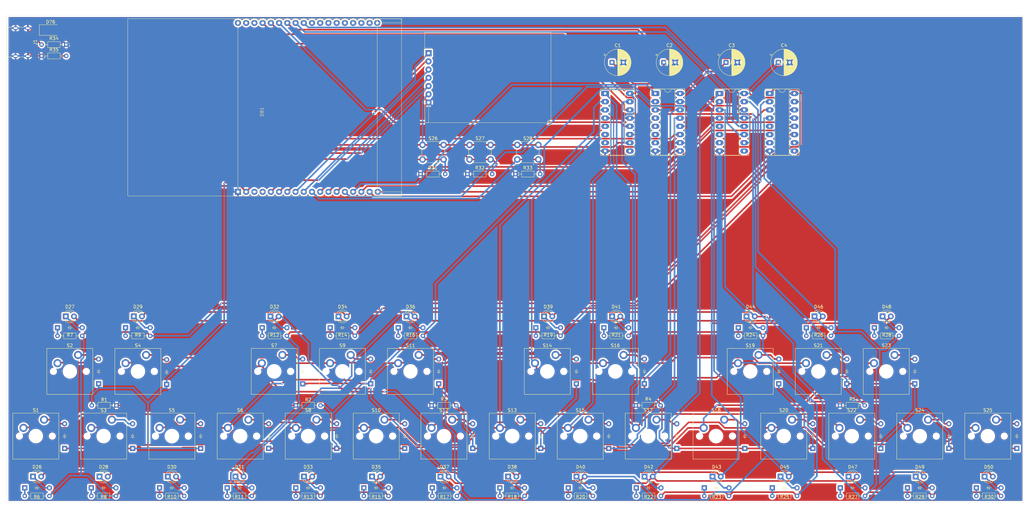
<source format=kicad_pcb>
(kicad_pcb (version 20241229) (generator "pcbnew") (generator_version "9.0")
  (layers (0 "F.Cu" signal) (2 "B.Cu" signal) (13 "F.Paste" user) (15 "B.Paste" user) (5 "F.SilkS" user "F.Silkscreen") (7 "B.SilkS" user "B.Silkscreen") (1 "F.Mask" user) (3 "B.Mask" user) (25 "Edge.Cuts" user))
  (net 0 "")
  (net 1 "+5V")
  (net 2 "GND")
  (net 3 "Net-(D1-A)")
  (net 4 "SW_ROW_1")
  (net 5 "Net-(D2-A)")
  (net 6 "Net-(D3-A)")
  (net 7 "Net-(D4-A)")
  (net 8 "Net-(D5-A)")
  (net 9 "SW_ROW_2")
  (net 10 "Net-(D6-A)")
  (net 11 "Net-(D7-A)")
  (net 12 "Net-(D8-A)")
  (net 13 "Net-(D9-A)")
  (net 14 "Net-(D10-A)")
  (net 15 "Net-(D11-A)")
  (net 16 "SW_ROW_3")
  (net 17 "Net-(D12-A)")
  (net 18 "Net-(D13-A)")
  (net 19 "Net-(D14-A)")
  (net 20 "Net-(D15-A)")
  (net 21 "SW_ROW_4")
  (net 22 "Net-(D16-A)")
  (net 23 "Net-(D17-A)")
  (net 24 "Net-(D18-A)")
  (net 25 "Net-(D19-A)")
  (net 26 "Net-(D20-A)")
  (net 27 "Net-(D21-A)")
  (net 28 "SW_ROW_5")
  (net 29 "Net-(D22-A)")
  (net 30 "Net-(D23-A)")
  (net 31 "Net-(D24-A)")
  (net 32 "Net-(D25-A)")
  (net 33 "Net-(D26-K)")
  (net 34 "LED_COL_1")
  (net 35 "Net-(D27-K)")
  (net 36 "LED_COL_2")
  (net 37 "LED_COL_3")
  (net 38 "Net-(D28-K)")
  (net 39 "Net-(D29-K)")
  (net 40 "LED_COL_4")
  (net 41 "LED_COL_5")
  (net 42 "Net-(D30-K)")
  (net 43 "Net-(D31-K)")
  (net 44 "Net-(D32-K)")
  (net 45 "Net-(D33-K)")
  (net 46 "Net-(D34-K)")
  (net 47 "Net-(D35-K)")
  (net 48 "Net-(D36-K)")
  (net 49 "Net-(D37-K)")
  (net 50 "Net-(D38-K)")
  (net 51 "Net-(D39-K)")
  (net 52 "Net-(D40-K)")
  (net 53 "Net-(D41-K)")
  (net 54 "Net-(D42-K)")
  (net 55 "Net-(D43-K)")
  (net 56 "Net-(D44-K)")
  (net 57 "Net-(D45-K)")
  (net 58 "Net-(D46-K)")
  (net 59 "Net-(D47-K)")
  (net 60 "Net-(D48-K)")
  (net 61 "Net-(D49-K)")
  (net 62 "Net-(D50-K)")
  (net 63 "Net-(D51-K)")
  (net 64 "Net-(D52-K)")
  (net 65 "Net-(D53-K)")
  (net 66 "Net-(D54-K)")
  (net 67 "Net-(D55-K)")
  (net 68 "Net-(D56-K)")
  (net 69 "Net-(D57-K)")
  (net 70 "Net-(D58-K)")
  (net 71 "Net-(D59-K)")
  (net 72 "Net-(D60-K)")
  (net 73 "Net-(D61-K)")
  (net 74 "Net-(D62-K)")
  (net 75 "Net-(D63-K)")
  (net 76 "Net-(D64-K)")
  (net 77 "Net-(D65-K)")
  (net 78 "Net-(D66-K)")
  (net 79 "Net-(D67-K)")
  (net 80 "Net-(D68-K)")
  (net 81 "Net-(D69-K)")
  (net 82 "Net-(D70-K)")
  (net 83 "Net-(D71-K)")
  (net 84 "Net-(D72-K)")
  (net 85 "Net-(D73-K)")
  (net 86 "Net-(D74-K)")
  (net 87 "Net-(D75-K)")
  (net 88 "Net-(D76-K)")
  (net 89 "SER_SW_OUT")
  (net 90 "SW_IZQ")
  (net 92 "RES_SPI")
  (net 95 "LT_SW_OUT")
  (net 100 "BLK_SPI")
  (net 101 "SDA_SPI")
  (net 102 "DC_SPI")
  (net 104 "SER_SW_IN")
  (net 105 "SW_ENT")
  (net 107 "LT_SW_IN")
  (net 108 "CLK_COL_LED")
  (net 109 "SW_DER")
  (net 110 "SCL_SPI")
  (net 111 "LT_ROW_LED")
  (net 112 "CLK_SW_IN")
  (net 113 "CLK_ROW_LED")
  (net 116 "CLK_SW_OUT")
  (net 117 "SER_COL_LED")
  (net 120 "SER_ROW_LED")
  (net 122 "LT_COL_LED")
  (net 123 "Net-(J1-CC2)")
  (net 124 "Net-(J1-CC1)")
  (net 125 "LED_ROW_1")
  (net 126 "LED_ROW_2")
  (net 127 "LED_ROW_3")
  (net 128 "LED_ROW_4")
  (net 129 "LED_ROW_5")
  (net 130 "SW_COL_1")
  (net 131 "SW_COL_4")
  (net 132 "SW_COL_2")
  (net 133 "SW_COL_5")
  (net 134 "SW_COL_3")
  (footprint "Resistor_THT:R_Axial_DIN0204_L3.6mm_D1.6mm_P7.62mm_Horizontal" (layer "F.Cu") (at 158.5725 169.23465)
    (property "Reference" "R17")
    (property "Value" "220")
  )
  (footprint "Keyboard_Library:SPI_Screen" (layer "F.Cu") (at 195.2325 53.88465 90)
    (property "Reference" "U5")
    (property "Value" "SPI Screen")
  )
  (footprint "Button_Switch_THT:SW_PUSH_6mm_H5mm" (layer "F.Cu") (at 155.5825 60.73465)
    (property "Reference" "S26")
    (property "Value" "SW_Izquierda")
  )
  (footprint "LED_THT:LED_D3.0mm" (layer "F.Cu") (at 255.6125 113.73465)
    (property "Reference" "D44")
    (property "Value" "LED_F#5")
  )
  (footprint "LED_THT:LED_D3.0mm" (layer "F.Cu") (at 66.4225 113.73465)
    (property "Reference" "D29")
    (property "Value" "LED_D#4")
  )
  (footprint "ScottoKeebs_MX:MX_PCB_1.00u" (layer "F.Cu") (at 183.2725 150.73465)
    (property "Reference" "S13")
    (property "Value" "Nota_C5")
  )
  (footprint "ScottoKeebs_Components:Diode_DO-35" (layer "F.Cu") (at 108.0725 154.54465 90)
    (property "Reference" "D6" (hide yes))
    (property "Value" "Diode" (hide yes))
  )
  (footprint "Resistor_THT:R_Axial_DIN0204_L3.6mm_D1.6mm_P7.62mm_Horizontal" (layer "F.Cu") (at 184.2725 69.73465)
    (property "Reference" "R33")
    (property "Value" "10k")
  )
  (footprint "ScottoKeebs_Components:Diode_DO-35" (layer "F.Cu") (at 305.3025 166.73465)
    (property "Reference" "D74" (hide yes))
    (property "Value" "Diode" (hide yes))
  )
  (footprint "ScottoKeebs_Components:Diode_DO-35" (layer "F.Cu") (at 339.0725 154.54465 90)
    (property "Reference" "D25" (hide yes))
    (property "Value" "Diode" (hide yes))
  )
  (footprint "ScottoKeebs_Components:Diode_DO-35" (layer "F.Cu") (at 171.0725 154.54465 90)
    (property "Reference" "D12" (hide yes))
    (property "Value" "Diode" (hide yes))
  )
  (footprint "Resistor_THT:R_Axial_DIN0204_L3.6mm_D1.6mm_P7.62mm_Horizontal" (layer "F.Cu") (at 158.3825 141.23465)
    (property "Reference" "R3")
    (property "Value" "10k")
  )
  (footprint "Diode_SMD:D_SMA" (layer "F.Cu") (at 40.7725 25.23465)
    (property "Reference" "D76")
    (property "Value" "SS14")
  )
  (footprint "LED_THT:LED_D3.0mm" (layer "F.Cu") (at 224.1125 163.23465)
    (property "Reference" "D42")
    (property "Value" "LED_E5")
  )
  (footprint "ScottoKeebs_Components:Diode_DO-35" (layer "F.Cu") (at 234.0725 154.54465 90)
    (property "Reference" "D17" (hide yes))
    (property "Value" "Diode" (hide yes))
  )
  (footprint "ScottoKeebs_Components:Diode_DO-35" (layer "F.Cu") (at 307.5725 134.54465 90)
    (property "Reference" "D23" (hide yes))
    (property "Value" "Diode" (hide yes))
  )
  (footprint "ScottoKeebs_Components:Diode_DO-35" (layer "F.Cu") (at 55.5725 134.54465 90)
    (property "Reference" "D2" (hide yes))
    (property "Value" "Diode" (hide yes))
  )
  (footprint "Resistor_THT:R_Axial_DIN0204_L3.6mm_D1.6mm_P7.62mm_Horizontal" (layer "F.Cu") (at 326.5725 169.23465)
    (property "Reference" "R30")
    (property "Value" "220")
  )
  (footprint "ScottoKeebs_Components:Diode_DO-35" (layer "F.Cu") (at 224.0725 134.54465 90)
    (property "Reference" "D16" (hide yes))
    (property "Value" "Diode" (hide yes))
  )
  (footprint "ScottoKeebs_Components:Diode_DO-35" (layer "F.Cu") (at 192.0725 154.54465 90)
    (property "Reference" "D13" (hide yes))
    (property "Value" "Diode" (hide yes))
  )
  (footprint "ScottoKeebs_Components:Diode_DO-35" (layer "F.Cu") (at 74.3825 166.73465)
    (property "Reference" "D55" (hide yes))
    (property "Value" "Diode" (hide yes))
  )
  (footprint "ScottoKeebs_Components:Diode_DO-35" (layer "F.Cu") (at 263.5725 166.73465)
    (property "Reference" "D70" (hide yes))
    (property "Value" "Diode" (hide yes))
  )
  (footprint "ScottoKeebs_Components:Diode_DO-35" (layer "F.Cu") (at 253.0725 117.23465)
    (property "Reference" "D69" (hide yes))
    (property "Value" "Diode" (hide yes))
  )
  (footprint "Package_DIP:DIP-16_W7.62mm_Socket_LongPads" (layer "F.Cu") (at 262.7725 44.83465)
    (property "Reference" "U4")
    (property "Value" "74HC595")
  )
  (footprint "ScottoKeebs_MX:MX_PCB_1.00u" (layer "F.Cu") (at 194.1125 130.73465)
    (property "Reference" "S14")
    (property "Value" "Nota_C#5")
  )
  (footprint "ScottoKeebs_Components:Diode_DO-35" (layer "F.Cu") (at 106.0725 117.23465)
    (property "Reference" "D57" (hide yes))
    (property "Value" "Diode" (hide yes))
  )
  (footprint "ScottoKeebs_Components:Diode_DO-35" (layer "F.Cu") (at 326.5725 166.73465)
    (property "Reference" "D75" (hide yes))
    (property "Value" "Diode" (hide yes))
  )
  (footprint "Resistor_THT:R_Axial_DIN0204_L3.6mm_D1.6mm_P7.62mm_Horizontal" (layer "F.Cu") (at 284.5725 169.23465)
    (property "Reference" "R27")
    (property "Value" "220")
  )
  (footprint "ScottoKeebs_Components:Diode_DO-35" (layer "F.Cu") (at 158.5725 166.73465)
    (property "Reference" "D62" (hide yes))
    (property "Value" "Diode" (hide yes))
  )
  (footprint "LED_THT:LED_D3.0mm" (layer "F.Cu") (at 245.1125 163.23465)
    (property "Reference" "D43")
    (property "Value" "LED_F5")
  )
  (footprint "ScottoKeebs_Components:Diode_DO-35" (layer "F.Cu") (at 211.5725 117.23465)
    (property "Reference" "D66" (hide yes))
    (property "Value" "Diode" (hide yes))
  )
  (footprint "ScottoKeebs_MX:MX_PCB_1.00u" (layer "F.Cu") (at 36.1925 150.73465)
    (property "Reference" "S1")
    (property "Value" "Nota_C4")
  )
  (footprint "ScottoKeebs_Components:Diode_DO-35" (layer "F.Cu") (at 137.4625 166.73465)
    (property "Reference" "D60" (hide yes))
    (property "Value" "Diode" (hide yes))
  )
  (footprint "ScottoKeebs_Components:Diode_DO-35" (layer "F.Cu") (at 274.0725 117.23465)
    (property "Reference" "D71" (hide yes))
    (property "Value" "Diode" (hide yes))
  )
  (footprint "Button_Switch_THT:SW_PUSH_6mm_H5mm" (layer "F.Cu") (at 184.8325 60.73465)
    (property "Reference" "S28")
    (property "Value" "SW_Derecha")
  )
  (footprint "Resistor_THT:R_Axial_DIN0204_L3.6mm_D1.6mm_P7.62mm_Horizontal" (layer "F.Cu") (at 37.9625 33.23465)
    (property "Reference" "R35")
    (property "Value" "5.1K")
  )
  (footprint "ScottoKeebs_MX:MX_PCB_1.00u" (layer "F.Cu") (at 57.1125 150.73465)
    (property "Reference" "S3")
    (property "Value" "Nota_D4")
  )
  (footprint "Resistor_THT:R_Axial_DIN0204_L3.6mm_D1.6mm_P7.62mm_Horizontal" (layer "F.Cu") (at 211.5725 119.73465)
    (property "Reference" "R21")
    (property "Value" "220")
  )
  (footprint "ScottoKeebs_MX:MX_PCB_1.00u" (layer "F.Cu") (at 204.2725 150.73465)
    (property "Reference" "S15")
    (property "Value" "Nota_D5")
  )
  (footprint "Capacitor_THT:CP_Radial_D8.0mm_P3.50mm" (layer "F.Cu") (at 214.0825 35.23465)
    (property "Reference" "C1")
    (property "Value" "100n")
  )
  (footprint "Resistor_THT:R_Axial_DIN0204_L3.6mm_D1.6mm_P7.62mm_Horizontal" (layer "F.Cu") (at 37.9625 29.73465)
    (property "Reference" "R34")
    (property "Value" "5.1K")
  )
  (footprint "ScottoKeebs_Components:Diode_DO-35" (layer "F.Cu") (at 318.0725 154.54465 90)
    (property "Reference" "D24" (hide yes))
    (property "Value" "Diode" (hide yes))
  )
  (footprint "ScottoKeebs_MX:MX_PCB_1.00u" (layer "F.Cu") (at 162.1925 150.73465)
    (property "Reference" "S12")
    (property "Value" "Nota_B4")
  )
  (footprint "LED_THT:LED_D3.0mm" (layer "F.Cu") (at 35.3025 163.23465)
    (property "Reference" "D26")
    (property "Value" "LED_C4")
  )
  (footprint "ScottoKeebs_MX:MX_PCB_1.00u" (layer "F.Cu") (at 256.7725 130.73465)
    (property "Reference" "S19")
    (property "Value" "Nota_F#5")
  )
  (footprint "ScottoKeebs_Components:Diode_DO-35" (layer "F.Cu") (at 190.5725 117.23465)
    (property "Reference" "D64" (hide yes))
    (property "Value" "Diode" (hide yes))
  )
  (footprint "ScottoKeebs_MX:MX_PCB_1.00u" (layer "F.Cu") (at 46.6925 130.73465)
    (property "Reference" "S2")
    (property "Value" "Nota_C#4")
  )
  (footprint "LED_THT:LED_D3.0mm" (layer "F.Cu") (at 108.6125 113.73465)
    (property "Reference" "D32")
    (property "Value" "LED_F#4")
  )
  (footprint "LED_THT:LED_D3.0mm" (layer "F.Cu") (at 76.9225 163.23465)
    (property "Reference" "D30")
    (property "Value" "LED_E4")
  )
  (footprint "Resistor_THT:R_Axial_DIN0204_L3.6mm_D1.6mm_P7.62mm_Horizontal" (layer "F.Cu") (at 253.0725 119.73465)
    (property "Reference" "R24")
    (property "Value" "220")
  )
  (footprint "ScottoKeebs_MX:MX_PCB_1.00u" (layer "F.Cu") (at 288.1125 150.73465)
    (property "Reference" "S22")
    (property "Value" "Nota_A5")
  )
  (footprint "Resistor_THT:R_Axial_DIN0204_L3.6mm_D1.6mm_P7.62mm_Horizontal" (layer "F.Cu") (at 179.4625 169.23465)
    (property "Reference" "R18")
    (property "Value" "220")
  )
  (footprint "ScottoKeebs_MX:MX_PCB_1.00u" (layer "F.Cu") (at 109.7725 130.73465)
    (property "Reference" "S7")
    (property "Value" "Nota_F#4")
  )
  (footprint "LED_THT:LED_D3.0mm" (layer "F.Cu") (at 97.8025 163.23465)
    (property "Reference" "D31")
    (property "Value" "LED_F4")
  )
  (footprint "LED_THT:LED_D3.0mm" (layer "F.Cu") (at 203.1125 163.23465)
    (property "Reference" "D40")
    (property "Value" "LED_D5")
  )
  (footprint "Resistor_THT:R_Axial_DIN0204_L3.6mm_D1.6mm_P7.62mm_Horizontal" (layer "F.Cu") (at 221.4625 141.23465)
    (property "Reference" "R4")
    (property "Value" "10k")
  )
  (footprint "ScottoKeebs_Components:Diode_DO-35" (layer "F.Cu") (at 179.4625 166.73465)
    (property "Reference" "D63" (hide yes))
    (property "Value" "Diode" (hide yes))
  )
  (footprint "LED_THT:LED_D3.0mm" (layer "F.Cu") (at 214.1125 113.73465)
    (property "Reference" "D41")
    (property "Value" "LED_D#5")
  )
  (footprint "ScottoKeebs_Components:Diode_DO-35" (layer "F.Cu") (at 76.5725 134.73465 90)
    (property "Reference" "D4" (hide yes))
    (property "Value" "Diode" (hide yes))
  )
  (footprint "ScottoKeebs_Components:Diode_DO-35" (layer "F.Cu") (at 242.5725 166.73465)
    (property "Reference" "D68" (hide yes))
    (property "Value" "Diode" (hide yes))
  )
  (footprint "Capacitor_THT:CP_Radial_D8.0mm_P3.50mm" (layer "F.Cu") (at 230.0825 35.23465)
    (property "Reference" "C2")
    (property "Value" "100n")
  )
  (footprint "ScottoKeebs_Components:Diode_DO-35" (layer "F.Cu") (at 148.0725 117.23465)
    (property "Reference" "D61" (hide yes))
    (property "Value" "Diode" (hide yes))
  )
  (footprint "ScottoKeebs_Components:Diode_DO-35" (layer "F.Cu") (at 276.0725 154.54465 90)
    (property "Reference" "D20" (hide yes))
    (property "Value" "Diode" (hide yes))
  )
  (footprint "Resistor_THT:R_Axial_DIN0204_L3.6mm_D1.6mm_P7.62mm_Horizontal" (layer "F.Cu") (at 106.0725 119.73465)
    (property "Reference" "R12")
    (property "Value" "220")
  )
  (footprint "ScottoKeebs_Components:Diode_DO-35" (layer "F.Cu") (at 42.8825 117.23465)
    (property "Reference" "D52" (hide yes))
    (property "Value" "Diode" (hide yes))
  )
  (footprint "ScottoKeebs_Components:Diode_DO-35" (layer "F.Cu") (at 203.0725 134.54465 90)
    (property "Reference" "D14" (hide yes))
    (property "Value" "Diode" (hide yes))
  )
  (footprint "LED_THT:LED_D3.0mm" (layer "F.Cu") (at 193.1125 113.73465)
    (property "Reference" "D39")
    (property "Value" "LED_C#5")
  )
  (footprint "LED_THT:LED_D3.0mm" (layer "F.Cu") (at 119.0025 163.23465)
    (property "Reference" "D33")
    (property "Value" "LED_G4")
  )
  (footprint "Resistor_THT:R_Axial_DIN0204_L3.6mm_D1.6mm_P7.62mm_Horizontal" (layer "F.Cu") (at 295.0725 119.73465)
    (property "Reference" "R28")
    (property "Value" "220")
  )
  (footprint "Resistor_THT:R_Axial_DIN0204_L3.6mm_D1.6mm_P7.62mm_Horizontal" (layer "F.Cu") (at 42.8825 119.73465)
    (property "Reference" "R7")
    (property "Value" "220")
  )
  (footprint "ScottoKeebs_MX:MX_PCB_1.00u" (layer "F.Cu") (at 330.1125 150.73465)
    (property "Reference" "S25")
    (property "Value" "Nota_C6")
  )
  (footprint "Package_DIP:DIP-16_W7.62mm_Socket_LongPads" (layer "F.Cu") (at 211.9625 44.83465)
    (property "Reference" "U1")
    (property "Value" "74HC595")
  )
  (footprint "LED_THT:LED_D3.0mm" (layer "F.Cu") (at 307.8425 163.23465)
    (property "Reference" "D49")
    (property "Value" "LED_B5")
  )
  (footprint "ScottoKeebs_MX:MX_PCB_1.00u" (layer "F.Cu") (at 215.1125 130.73465)
    (property "Reference" "S16")
    (property "Value" "Nota_D#5")
  )
  (footprint "Package_DIP:DIP-16_W7.62mm_Socket_LongPads" (layer "F.Cu") (at 227.4625 44.83465)
    (property "Reference" "U2")
    (property "Value" "74HC165")
  )
  (footprint "ScottoKeebs_Components:Diode_DO-35" (layer "F.Cu") (at 139.5725 134.54465 90)
    (property "Reference" "D9" (hide yes))
    (property "Value" "Diode" (hide yes))
  )
  (footprint "Resistor_THT:R_Axial_DIN0204_L3.6mm_D1.6mm_P7.62mm_Horizontal" (layer "F.Cu") (at 53.3025 169.23465)
    (property "Reference" "R8")
    (property "Value" "220")
  )
  (footprint "ScottoKeebs_Components:Diode_DO-35" (layer "F.Cu") (at 127.0725 117.23465)
    (property "Reference" "D59" (hide yes))
    (property "Value" "Diode" (hide yes))
  )
  (footprint "Keyboard_Library:Dev_Board_T113" (layer "F.Cu") (at 149.0925 76.53465 90)
    (property "Reference" "DB1")
    (property "Value" "Dev Board")
  )
  (footprint "Resistor_THT:R_Axial_DIN0204_L3.6mm_D1.6mm_P7.62mm_Horizontal" (layer "F.Cu") (at 63.8825 119.73465)
    (property "Reference" "R9")
    (property "Value" "220")
  )
  (footprint "Package_DIP:DIP-16_W7.62mm_Socket_LongPads" (layer "F.Cu") (at 247.2725 44.83465)
    (property "Reference" "U3")
    (property "Value" "74HC595")
  )
  (footprint "Resistor_THT:R_Axial_DIN0204_L3.6mm_D1.6mm_P7.62mm_Horizontal" (layer "F.Cu") (at 32.7625 169.23465)
    (property "Reference" "R6")
    (property "Value" "220")
  )
  (footprint "Resistor_THT:R_Axial_DIN0204_L3.6mm_D1.6mm_P7.62mm_Horizontal" (layer "F.Cu") (at 127.0725 119.73465)
    (property "Reference" "R14")
    (property "Value" "220")
  )
  (footprint "Resistor_THT:R_Axial_DIN0204_L3.6mm_D1.6mm_P7.62mm_Horizontal" (layer "F.Cu") (at 284.4625 141.23465)
    (property "Reference" "R5")
    (property "Value" "10k")
  )
  (footprint "ScottoKeebs_MX:MX_PCB_1.00u" (layer "F.Cu") (at 277.7725 130.73465)
    (property "Reference" "S21")
    (property "Value" "Nota_G#5")
  )
  (footprint "Capacitor_THT:CP_Radial_D8.0mm_P3.50mm" (layer "F.Cu") (at 265.4252 35.23465)
    (property "Reference" "C4")
    (property "Value" "100n")
  )
  (footprint "Resistor_THT:R_Axial_DIN0204_L3.6mm_D1.6mm_P7.62mm_Horizontal" (layer "F.Cu") (at 190.5725 119.73465)
    (property "Reference" "R19")
    (property "Value" "220")
  )
  (footprint "ScottoKeebs_MX:MX_PCB_1.00u" (layer "F.Cu") (at 78.1925 150.73465)
    (property "Reference" "S5")
    (property "Value" "Nota_E4")
  )
  (footprint "ScottoKeebs_Components:Diode_DO-35" (layer "F.Cu") (at 295.0725 117.23465)
    (property "Reference" "D73" (hide yes))
    (property "Value" "Diode" (hide yes))
  )
  (footprint "ScottoKeebs_Components:Diode_DO-35" (layer "F.Cu") (at 45.0725 154.54465 90)
    (property "Reference" "D1" (hide yes))
    (property "Value" "Diode" (hide yes))
  )
  (footprint "LED_THT:LED_D3.0mm" (layer "F.Cu") (at 182.0025 163.23465)
    (property "Reference" "D38")
    (property "Value" "LED_C5")
  )
  (footprint "ScottoKeebs_Components:Diode_DO-35" (layer "F.Cu") (at 265.5725 134.54465 90)
    (property "Reference" "D19" (hide yes))
    (property "Value" "Diode" (hide yes))
  )
  (footprint "ScottoKeebs_Components:Diode_DO-35" (layer "F.Cu") (at 284.5725 166.73465)
    (property "Reference" "D72" (hide yes))
    (property "Value" "Diode" (hide yes))
  )
  (footprint "ScottoKeebs_MX:MX_PCB_1.00u" (layer "F.Cu") (at 141.2725 150.73465)
    (property "Reference" "S10")
    (property "Value" "Nota_A4")
  )
  (footprint "LED_THT:LED_D3.0mm" (layer "F.Cu") (at 129.6125 113.73465)
    (property "Reference" "D34")
    (property "Value" "LED_G#4")
  )
  (footprint "Capacitor_THT:CP_Radial_D8.0mm_P3.50mm" (layer "F.Cu") (at 249.2725 35.23465)
    (property "Reference" "C3")
    (property "Value" "100n")
  )
  (footprint "LED_THT:LED_D3.0mm" (layer "F.Cu") (at 287.1125 163.23465)
    (property "Reference" "D47")
    (property "Value" "LED_A5")
  )
  (footprint "Resistor_THT:R_Axial_DIN0204_L3.6mm_D1.6mm_P7.62mm_Horizontal" (layer "F.Cu") (at 169.4625 69.73465)
    (property "Reference" "R32")
    (property "Value" "10k")
  )
  (footprint "ScottoKeebs_Components:Diode_DO-35" (layer "F.Cu") (at 53.3025 166.73465)
    (property "Reference" "D53" (hide yes))
    (property "Value" "Diode" (hide yes))
  )
  (footprint "ScottoKeebs_Components:Diode_DO-35" (layer "F.Cu") (at 221.5725 166.73465)
    (property "Reference" "D67" (hide yes))
    (property "Value" "Diode" (hide yes))
  )
  (footprint "Resistor_THT:R_Axial_DIN0204_L3.6mm_D1.6mm_P7.62mm_Horizontal" (layer "F.Cu") (at 154.9625 69.73465)
    (property "Reference" "R31")
    (property "Value" "10k")
  )
  (footprint "Resistor_THT:R_Axial_DIN0204_L3.6mm_D1.6mm_P7.62mm_Horizontal" (layer "F.Cu") (at 61.0825 141.23465 180)
    (property "Reference" "R1")
    (property "Value" "10k")
  )
  (footprint "ScottoKeebs_Components:Diode_DO-35" (layer "F.Cu") (at 286.5725 134.54465 90)
    (property "Reference" "D21" (hide yes))
    (property "Value" "Diode" (hide yes))
  )
  (footprint "ScottoKeebs_MX:MX_PCB_1.00u" (layer "F.Cu") (at 267.1125 150.73465)
    (property "Reference" "S20")
    (property "Value" "Nota_G5")
  )
  (footprint "LED_THT:LED_D3.0mm" (layer "F.Cu") (at 45.4225 113.73465)
    (property "Reference" "D27")
    (property "Value" "LED_C#4")
  )
  (footprint "ScottoKeebs_MX:MX_PCB_1.00u" (layer "F.Cu") (at 309.1125 150.73465)
    (property "Reference" "S24")
    (property "Value" "Nota_B5")
  )
  (footprint "ScottoKeebs_MX:MX_PCB_1.00u" (layer "F.Cu") (at 151.8525 130.73465)
    (property "Reference" "S11")
    (property "Value" "Nota_A#4")
  )
  (footprint "Resistor_THT:R_Axial_DIN0204_L3.6mm_D1.6mm_P7.62mm_Horizontal" (layer "F.Cu") (at 221.5725 169.23465)
    (property "Reference" "R22")
    (property "Value" "220")
  )
  (footprint "Resistor_THT:R_Axial_DIN0204_L3.6mm_D1.6mm_P7.62mm_Horizontal" (layer "F.Cu") (at 95.2625 169.23465)
    (property "Reference" "R11")
    (property "Value" "220")
  )
  (footprint "LED_THT:LED_D3.0mm" (layer "F.Cu") (at 266.1125 163.23465)
    (property "Reference" "D45")
    (property "Value" "LED_G5")
  )
  (footprint "LED_THT:LED_D3.0mm" (layer "F.Cu") (at 140.0025 163.23465)
    (property "Reference" "D35")
    (property "Value" "LED_A4")
  )
  (footprint "ScottoKeebs_MX:MX_PCB_1.00u" (layer "F.Cu") (at 120.2725 150.73465)
    (property "Reference" "S8")
    (property "Value" "Nota_G4")
  )
  (footprint "ScottoKeebs_MX:MX_PCB_1.00u" (layer "F.Cu") (at 67.6925 130.73465)
    (property "Reference" "S4")
    (property "Value" "Nota_D#4")
  )
  (footprint "ScottoKeebs_Components:Diode_DO-35" (layer "F.Cu") (at 160.5725 134.54465 90)
    (property "Reference" "D11" (hide yes))
    (property "Value" "Diode" (hide yes))
  )
  (footprint "ScottoKeebs_Components:Diode_DO-35" (layer "F.Cu") (at 129.0725 154.54465 90)
    (property "Reference" "D8" (hide yes))
    (property "Value" "Diode" (hide yes))
  )
  (footprint "Resistor_THT:R_Axial_DIN0204_L3.6mm_D1.6mm_P7.62mm_Horizontal" (layer "F.Cu") (at 116.4625 169.23465)
    (property "Reference" "R13")
    (property "Value" "220")
  )
  (footprint "Resistor_THT:R_Axial_DIN0204_L3.6mm_D1.6mm_P7.62mm_Horizontal" (layer "F.Cu") (at 137.4625 169.23465)
    (property "Reference" "R15")
    (property "Value" "220")
  )
  (footprint "ScottoKeebs_Components:Diode_DO-35" (layer "F.Cu") (at 213.0725 154.54465 90)
    (property "Reference" "D15" (hide yes))
    (property "Value" "Diode" (hide yes))
  )
  (footprint "Resistor_THT:R_Axial_DIN0204_L3.6mm_D1.6mm_P7.62mm_Horizontal" (layer "F.Cu") (at 148.0725 119.73465)
    (property "Reference" "R16")
    (property "Value" "220")
  )
  (footprint "LED_THT:LED_D3.0mm" (layer "F.Cu") (at 297.6125 113.73465)
    (property "Reference" "D48")
    (property "Value" "LED_A#5")
  )
  (footprint "ScottoKeebs_Components:Diode_DO-35" (layer "F.Cu") (at 200.5725 166.73465)
    (property "Reference" "D65" (hide yes))
    (property "Value" "Diode" (hide yes))
  )
  (footprint "ScottoKeebs_Components:Diode_DO-35" (layer "F.Cu") (at 255.0725 154.54465 90)
    (property "Reference" "D18" (hide yes))
    (property "Value" "Diode" (hide yes))
  )
  (footprint "ScottoKeebs_Components:Diode_DO-35" (layer "F.Cu") (at 87.0725 154.54465 90)
    (property "Reference" "D5" (hide yes))
    (property "Value" "Diode" (hide yes))
  )
  (footprint "Resistor_THT:R_Axial_DIN0204_L3.6mm_D1.6mm_P7.62mm_Horizontal" (layer "F.Cu") (at 305.3025 169.23465)
    (property "Reference" "R29")
    (property "Value" "220")
  )
  (footprint "LED_THT:LED_D3.0mm" (layer "F.Cu") (at 55.8425 163.23465)
    (property "Reference" "D28")
    (property "Value" "LED_D4")
  )
  (footprint "ScottoKeebs_Components:Diode_DO-35" (layer "F.Cu") (at 63.8825 117.23465)
    (property "Reference" "D54" (hide yes))
    (property "Value" "Diode" (hide yes))
  )
  (footprint "LED_THT:LED_D3.0mm" (layer "F.Cu") (at 329.1125 163.23465)
    (property "Reference" "D50")
    (property "Value" "LED_C5")
  )
  (footprint "ScottoKeebs_Components:Diode_DO-35" (layer "F.Cu") (at 116.4625 166.73465)
    (property "Reference" "D58" (hide yes))
    (property "Value" "Diode" (hide yes))
  )
  (footprint "ScottoKeebs_Components:Diode_DO-35" (layer "F.Cu") (at 95.2625 166.73465)
    (property "Reference" "D56" (hide yes))
    (property "Value" "Diode" (hide yes))
  )
  (footprint "LED_THT:LED_D3.0mm" (layer "F.Cu") (at 161.1125 163.23465)
    (property "Reference" "D37")
    (property "Value" "LED_B4")
  )
  (footprint "ScottoKeebs_Components:Diode_DO-35" (layer "F.Cu") (at 32.7625 166.73465)
    (property "Reference" "D51" (hide yes))
    (property "Value" "Diode" (hide yes))
  )
  (footprint "Resistor_THT:R_Axial_DIN0204_L3.6mm_D1.6mm_P7.62mm_Horizontal" (layer "F.Cu") (at 74.3825 169.23465)
    (property "Reference" "R10")
    (property "Value" "220")
  )
  (footprint "ScottoKeebs_MX:MX_PCB_1.00u" (layer "F.Cu") (at 130.8525 130.73465)
    (property "Reference" "S9")
    (property "Value" "Nota_G#4")
  )
  (footprint "Resistor_THT:R_Axial_DIN0204_L3.6mm_D1.6mm_P7.62mm_Horizontal" (layer "F.Cu") (at 263.5725 169.23465)
    (property "Reference" "R25")
    (property "Value" "220")
  )
  (footprint "ScottoKeebs_Components:Diode_DO-35" (layer "F.Cu") (at 118.5725 134.54465 90)
    (property "Reference" "D7" (hide yes))
    (property "Value" "Diode" (hide yes))
  )
  (footprint "Resistor_THT:R_Axial_DIN0204_L3.6mm_D1.6mm_P7.62mm_Horizontal" (layer "F.Cu") (at 274.0725 119.73465)
    (property "Reference" "R26")
    (property "Value" "220")
  )
  (footprint "ScottoKeebs_Components:Diode_DO-35" (layer "F.Cu") (at 150.0725 154.54465 90)
    (property "Reference" "D10" (hide yes))
    (property "Value" "Diode" (hide yes))
  )
  (footprint "ScottoKeebs_MX:MX_PCB_1.00u" (layer "F.Cu") (at 298.7725 130.73465)
    (property "Reference" "S23")
    (property "Value" "Nota_A#5")
  )
  (footprint "Resistor_THT:R_Axial_DIN0204_L3.6mm_D1.6mm_P7.62mm_Horizontal" (layer "F.Cu") (at 242.5725 169.23465)
    (property "Reference" "R23")
    (property "Value" "220")
  )
  (footprint "LED_THT:LED_D3.0mm" (layer "F.Cu") (at 276.6125 113.73465)
    (property "Reference" "D46")
    (property "Value" "LED_G#5")
  )
  (footprint "Resistor_THT:R_Axial_DIN0204_L3.6mm_D1.6mm_P7.62mm_Horizontal" (layer "F.Cu") (at 116.4625 141.23465)
    (property "Reference" "R2")
    (property "Value" "10k")
  )
  (footprint "ScottoKeebs_MX:MX_PCB_1.00u" (layer "F.Cu") (at 225.2725 150.73465)
    (property "Reference" "S17")
    (property "Value" "Nota_E5")
  )
  (footprint "ScottoKeebs_Components:Diode_DO-35" (layer "F.Cu") (at 297.0725 154.54465 90)
    (property "Reference" "D22" (hide yes))
    (property "Value" "Diode" (hide yes))
  )
  (footprint "Connector_USB:USB_C_Receptacle_HRO_TYPE-C-31-M-17" (layer "F.Cu") (at 30.7225 28.98465 -90)
    (property "Reference" "J1")
    (property "Value" "USB_C_Receptacle_PowerOnly_24P")
  )
  (footprint "ScottoKeebs_Components:Diode_DO-35" (layer "F.Cu") (at 66.0725 154.54465 90)
    (property "Reference" "D3" (hide yes))
    (property "Value" "Diode" (hide yes))
  )
  (footprint "Button_Switch_THT:SW_PUSH_6mm_H5mm" (layer "F.Cu") (at 170.0825 60.73465)
    (property "Reference" "S27")
    (property "Value" "SW_Enter")
  )
  (footprint "ScottoKeebs_MX:MX_PCB_1.00u" (layer "F.Cu") (at 99.2725 150.73465)
    (property "Reference" "S6")
    (property "Value" "Nota_F4")
  )
  (footprint "ScottoKeebs_MX:MX_PCB_1.00u" (layer "F.Cu") (at 246.1925 150.73465)
    (property "Reference" "S18")
    (property "Value" "Nota_F5")
  )
  (footprint "LED_THT:LED_D3.0mm" (layer "F.Cu") (at 150.6125 113.73465)
    (property "Reference" "D36")
    (property "Value" "LED_A#4")
  )
  (footprint "Resistor_THT:R_Axial_DIN0204_L3.6mm_D1.6mm_P7.62mm_Horizontal" (layer "F.Cu") (at 200.5725 169.23465)
    (property "Reference" "R20")
    (property "Value" "220")
  )
  (gr_rect (start 27.2725 20.73465) (end 341.2725 171.23465) (stroke (width 0.05)) (fill no) (layer "Edge.Cuts"))
  (segment (start 230.0825 41.53465) (end 233.3825 44.83465) (width 0.5) (layer "F.Cu") (net 1))
  (segment (start 270.3925 44.83465) (end 268.6925 44.83465) (width 0.5) (layer "F.Cu") (net 1))
  (segment (start 184.8325 60.73465) (end 176.5825 60.73465) (width 0.5) (layer "F.Cu") (net 1))
  (segment (start 246.4325 38.07465) (end 243.5569 38.07465) (width 0.5) (layer "F.Cu") (net 1))
  (segment (start 90.9886 73.45075) (end 99.3486 73.45075) (width 0.5) (layer "F.Cu") (net 1))
  (segment (start 220.7079 41.86005) (end 221.2825 41.86005) (width 0.5) (layer "F.Cu") (net 1))
  (segment (start 42.7725 25.23465) (end 90.9886 73.45075) (width 0.5) (layer "F.Cu") (net 1))
  (segment (start 267.4028 46.12435) (end 257.8822 46.12435) (width 0.5) (layer "F.Cu") (net 1))
  (segment (start 155.5825 60.73465) (end 162.0825 60.73465) (width 0.5) (layer "F.Cu") (net 1))
  (segment (start 162.0825 60.73465) (end 170.0825 60.73465) (width 0.5) (layer "F.Cu") (net 1))
  (segment (start 268.6925 44.83465) (end 267.4028 46.12435) (width 0.5) (layer "F.Cu") (net 1))
  (segment (start 235.0825 44.83465) (end 233.3825 44.83465) (width 0.5) (layer "F.Cu") (net 1))
  (segment (start 257.8822 46.12435) (end 256.5925 44.83465) (width 0.5) (layer "F.Cu") (net 1))
  (segment (start 221.2825 41.86005) (end 221.2825 44.83465) (width 0.5) (layer "F.Cu") (net 1))
  (segment (start 221.2825 41.86005) (end 229.7571 41.86005) (width 0.5) (layer "F.Cu") (net 1))
  (segment (start 215.9568 60.07465) (end 219.5825 60.07465) (width 0.5) (layer "F.Cu") (net 1))
  (segment (start 254.8925 44.83465) (end 253.1925 44.83465) (width 0.5) (layer "F.Cu") (net 1))
  (segment (start 229.7571 41.86005) (end 230.0825 41.53465) (width 0.5) (layer "F.Cu") (net 1))
  (segment (start 214.0825 35.23465) (end 220.7079 41.86005) (width 0.5) (layer "F.Cu") (net 1))
  (segment (start 243.5569 38.07465) (end 242.8235 38.80805) (width 0.5) (layer "F.Cu") (net 1))
  (segment (start 246.4325 38.07465) (end 253.1925 44.83465) (width 0.5) (layer "F.Cu") (net 1))
  (segment (start 99.3486 73.45075) (end 101.1325 75.23465) (width 0.5) (layer "F.Cu") (net 1))
  (segment (start 176.5825 60.73465) (end 170.0825 60.73465) (width 0.5) (layer "F.Cu") (net 1))
  (segment (start 191.3325 60.73465) (end 191.9623 61.36445) (width 0.5) (layer "F.Cu") (net 1))
  (segment (start 101.1325 75.23465) (end 115.6325 60.73465) (width 0.5) (layer "F.Cu") (net 1))
  (segment (start 249.2725 35.23465) (end 246.4325 38.07465) (width 0.5) (layer "F.Cu") (net 1))
  (segment (start 115.6325 60.73465) (end 155.5825 60.73465) (width 0.5) (layer "F.Cu") (net 1))
  (segment (start 230.0825 35.23465) (end 230.0825 41.53465) (width 0.5) (layer "F.Cu") (net 1))
  (segment (start 191.9623 61.36445) (end 214.667 61.36445) (width 0.5) (layer "F.Cu") (net 1))
  (segment (start 254.8925 44.83465) (end 256.5925 44.83465) (width 0.5) (layer "F.Cu") (net 1))
  (segment (start 219.5825 44.83465) (end 221.2825 44.83465) (width 0.5) (layer "F.Cu") (net 1))
  (segment (start 191.3325 60.73465) (end 184.8325 60.73465) (width 0.5) (layer "F.Cu") (net 1))
  (segment (start 214.667 61.36445) (end 215.9568 60.07465) (width 0.5) (layer "F.Cu") (net 1))
  (via (at 242.8235 38.80805) (size 0.6) (drill 0.3) (layers "F.Cu" "B.Cu") (net 1))
  (segment (start 217.8825 51.95465) (end 218.6411 51.19605) (width 0.5) (layer "B.Cu") (net 1))
  (segment (start 254.8925 60.07465) (end 256.5925 60.07465) (width 0.5) (layer "B.Cu") (net 1))
  (segment (start 219.5825 60.07465) (end 217.8825 60.07465) (width 0.5) (layer "B.Cu") (net 1))
  (segment (start 155.5825 60.73465) (end 155.5825 46.93465) (width 0.5) (layer "B.Cu") (net 1))
  (segment (start 218.6411 51.19605) (end 220.5038 51.19605) (width 0.5) (layer "B.Cu") (net 1))
  (segment (start 235.0825 44.83465) (end 236.7825 44.83465) (width 0.5) (layer "B.Cu") (net 1))
  (segment (start 270.3925 44.83465) (end 272.0925 44.83465) (width 0.5) (layer "B.Cu") (net 1))
  (segment (start 236.7825 44.83465) (end 242.8091 38.80805) (width 0.5) (layer "B.Cu") (net 1))
  (segment (start 253.94 51.18465) (end 253.1925 50.43715) (width 0.5) (layer "B.Cu") (net 1))
  (segment (start 254.8925 44.83465) (end 253.1925 44.83465) (width 0.5) (layer "B.Cu") (net 1))
  (segment (start 217.8825 60.07465) (end 217.8825 51.95465) (width 0.5) (layer "B.Cu") (net 1))
  (segment (start 272.0925 60.07465) (end 272.0925 44.83465) (width 0.5) (layer "B.Cu") (net 1))
  (segment (start 253.1925 50.43715) (end 253.1925 44.83465) (width 0.5) (layer "B.Cu") (net 1))
  (segment (start 254.8925 44.83465) (end 256.5925 44.83465) (width 0.5) (layer "B.Cu") (net 1))
  (segment (start 221.2451 50.45475) (end 221.2451 46.49725) (width 0.5) (layer "B.Cu") (net 1))
  (segment (start 270.3925 60.07465) (end 272.0925 60.07465) (width 0.5) (layer "B.Cu") (net 1))
  (segment (start 255.835 51.18465) (end 253.94 51.18465) (width 0.5) (layer "B.Cu") (net 1))
  (segment (start 221.2451 46.49725) (end 219.5825 44.83465) (width 0.5) (layer "B.Cu") (net 1))
  (segment (start 256.5925 60.07465) (end 256.5925 51.94215) (width 0.5) (layer "B.Cu") (net 1))
  (segment (start 155.5825 46.93465) (end 157.4325 45.08465) (width 0.5) (layer "B.Cu") (net 1))
  (segment (start 256.5925 51.94215) (end 255.835 51.18465) (width 0.5) (layer "B.Cu") (net 1))
  (segment (start 265.4252 35.23465) (end 256.5925 44.06735) (width 0.5) (layer "B.Cu") (net 1))
  (segment (start 256.5925 44.06735) (end 256.5925 44.83465) (width 0.5) (layer "B.Cu") (net 1))
  (segment (start 220.5038 51.19605) (end 221.2451 50.45475) (width 0.5) (layer "B.Cu") (net 1))
  (segment (start 242.8091 38.80805) (end 242.8235 38.80805) (width 0.5) (layer "B.Cu") (net 1))
  (segment (start 168.3123 68.58445) (end 169.4625 69.73465) (width 0.5) (layer "F.Cu") (net 2))
  (segment (start 247.2725 62.61465) (end 248.9725 62.61465) (width 0.5) (layer "F.Cu") (net 2))
  (segment (start 235.0825 60.07465) (end 231.7025 60.07465) (width 0.5) (layer "F.Cu") (net 2))
  (segment (start 117.6175 140.07965) (end 157.2275 140.07965) (width 0.5) (layer "F.Cu") (net 2))
  (segment (start 33.7225 24.66465) (end 35.0725 24.66465) (width 0.5) (layer "F.Cu") (net 2))
  (segment (start 259.8026 61.34475) (end 250.2424 61.34475) (width 0.5) (layer "F.Cu") (net 2))
  (segment (start 35.0725 33.30465) (end 35.0725 33.23465) (width 0.5) (layer "F.Cu") (net 2))
  (segment (start 217.7933 61.34475) (end 216.5234 62.61465) (width 0.5) (layer "F.Cu") (net 2))
  (segment (start 158.3825 141.23465) (end 159.5712 142.42335) (width 0.5) (layer "F.Cu") (net 2))
  (segment (start 116.4625 141.23465) (end 117.6175 140.07965) (width 0.5) (layer "F.Cu") (net 2))
  (segment (start 262.7725 62.61465) (end 261.0725 62.61465) (width 0.5) (layer "F.Cu") (net 2))
  (segment (start 154.9625 69.73465) (end 156.1127 68.58445) (width 0.5) (layer "F.Cu") (net 2))
  (segment (start 35.0725 33.23465) (end 37.9625 33.23465) (width 0.5) (layer "F.Cu") (net 2))
  (segment (start 159.5712 142.42335) (end 220.2738 142.42335) (width 0.5) (layer "F.Cu") (net 2))
  (segment (start 222.6127 142.38485) (end 221.4625 141.23465) (width 0.5) (layer "F.Cu") (net 2))
  (segment (start 251.4889 33.95105) (end 252.7725 35.23465) (width 0.5) (layer "F.Cu") (net 2))
  (segment (start 233.5825 35.23465) (end 234.8661 33.95105) (width 0.5) (layer "F.Cu") (net 2))
  (segment (start 231.7025 60.07465) (end 229.1625 62.61465) (width 0.5) (layer "F.Cu") (net 2))
  (segment (start 157.2275 140.07965) (end 158.3825 141.23465) (width 0.5) (layer "F.Cu") (net 2))
  (segment (start 183.1223 68.58445) (end 170.6127 68.58445) (width 0.5) (layer "F.Cu") (net 2))
  (segment (start 35.0725 32.90465) (end 33.9025 31.73465) (width 0.5) (layer "F.Cu") (net 2))
  (segment (start 227.4625 62.61465) (end 229.1625 62.61465) (width 0.5) (layer "F.Cu") (net 2))
  (segment (start 35.0725 33.23465) (end 35.0725 32.90465) (width 0.5) (layer "F.Cu") (net 2))
  (segment (start 284.4625 141.23465) (end 283.3123 142.38485) (width 0.5) (layer "F.Cu") (net 2))
  (segment (start 261.0725 62.61465) (end 259.8026 61.34475) (width 0.5) (layer "F.Cu") (net 2))
  (segment (start 33.7225 33.30465) (end 35.0725 33.30465) (width 0.5) (layer "F.Cu") (net 2))
  (segment (start 234.8661 33.95105) (end 251.4889 33.95105) (width 0.5) (layer "F.Cu") (net 2))
  (segment (start 210.2625 62.61465) (end 206.1923 66.68485) (width 0.5) (layer "F.Cu") (net 2))
  (segment (start 254.0383 36.50045) (end 267.6594 36.50045) (width 0.5) (layer "F.Cu") (net 2))
  (segment (start 170.6127 68.58445) (end 169.4625 69.73465) (width 0.5) (layer "F.Cu") (net 2))
  (segment (start 227.4625 62.61465) (end 225.7625 62.61465) (width 0.5) (layer "F.Cu") (net 2))
  (segment (start 61.0825 141.23465) (end 116.4625 141.23465) (width 0.5) (layer "F.Cu") (net 2))
  (segment (start 267.6594 36.50045) (end 268.9252 35.23465) (width 0.5) (layer "F.Cu") (net 2))
  (segment (start 220.2738 142.42335) (end 221.4625 141.23465) (width 0.5) (layer "F.Cu") (net 2))
  (segment (start 225.7625 62.61465) (end 224.4926 61.34475) (width 0.5) (layer "F.Cu") (net 2))
  (segment (start 35.0725 24.66465) (end 35.0725 25.06465) (width 0.5) (layer "F.Cu") (net 2))
  (segment (start 283.3123 142.38485) (end 222.6127 142.38485) (width 0.5) (layer "F.Cu") (net 2))
  (segment (start 252.7725 35.23465) (end 254.0383 36.50045) (width 0.5) (layer "F.Cu") (net 2))
  (segment (start 216.5234 62.61465) (end 211.9625 62.61465) (width 0.5) (layer "F.Cu") (net 2))
  (segment (start 206.1923 66.68485) (end 189.8025 66.68485) (width 0.5) (layer "F.Cu") (net 2))
  (segment (start 211.9625 62.61465) (end 210.2625 62.61465) (width 0.5) (layer "F.Cu") (net 2))
  (segment (start 184.2725 69.73465) (end 183.1223 68.58445) (width 0.5) (layer "F.Cu") (net 2))
  (segment (start 156.1127 68.58445) (end 168.3123 68.58445) (width 0.5) (layer "F.Cu") (net 2))
  (segment (start 250.2424 61.34475) (end 248.9725 62.61465) (width 0.5) (layer "F.Cu") (net 2))
  (segment (start 224.4926 61.34475) (end 217.7933 61.34475) (width 0.5) (layer "F.Cu") (net 2))
  (segment (start 35.0725 25.06465) (end 33.9025 26.23465) (width 0.5) (layer "F.Cu") (net 2))
  (via (at 189.8025 66.68485) (size 0.6) (drill 0.3) (layers "F.Cu" "B.Cu") (net 2))
  (segment (start 268.6925 52.45465) (end 264.4725 56.67465) (width 0.5) (layer "B.Cu") (net 2))
  (segment (start 235.0825 47.37465) (end 233.3825 47.37465) (width 0.5) (layer "B.Cu") (net 2))
  (segment (start 268.6925 35.46735) (end 268.6925 52.45465) (width 0.5) (layer "B.Cu") (net 2))
  (segment (start 113.108 128.86285) (end 113.108 137.88015) (width 0.5) (layer "B.Cu") (net 2))
  (segment (start 227.4625 62.61465) (end 225.9625 62.61465) (width 0.5) (layer "B.Cu") (net 2))
  (segment (start 218.8479 36.50005) (end 217.5825 35.23465) (width 0.5) (layer "B.Cu") (net 2))
  (segment (start 225.9625 62.61465) (end 225.932 62.61465) (width 0.5) (layer "B.Cu") (net 2))
  (segment (start 252.7725 35.23465) (end 252.4792 35.52795) (width 0.5) (layer "B.Cu") (net 2))
  (segment (start 113.108 137.88015) (end 116.4625 141.23465) (width 0.5) (layer "B.Cu") (net 2))
  (segment (start 222.8223 139.87485) (end 222.8223 65.72435) (width 0.5) (layer "B.Cu") (net 2))
  (segment (start 29.9225 33.30465) (end 30.5975 33.30465) (width 0.5) (layer "B.Cu") (net 2))
  (segment (start 225.932 62.61465) (end 221.2825 57.96515) (width 0.5) (layer "B.Cu") (net 2))
  (segment (start 31.2725 33.30465) (end 33.7225 33.30465) (width 0.5) (layer "B.Cu") (net 2))
  (segment (start 30.5975 24.66465) (end 31.2725 24.66465) (width 0.5) (layer "B.Cu") (net 2))
  (segment (start 98.5925 75.23465) (end 98.5925 114.34735) (width 0.5) (layer "B.Cu") (net 2))
  (segment (start 235.0825 60.07465) (end 236.7825 60.07465) (width 0.5) (layer "B.Cu") (net 2))
  (segment (start 221.2825 57.96515) (end 221.2825 52.45465) (width 0.5) (layer "B.Cu") (net 2))
  (segment (start 29.9225 24.66465) (end 30.5975 24.66465) (width 0.5) (layer "B.Cu") (net 2))
  (segment (start 233.3825 36.50005) (end 218.8479 36.50005) (width 0.5) (layer "B.Cu") (net 2))
  (segment (start 222.8223 65.72435) (end 225.932 62.61465) (width 0.5) (layer "B.Cu") (net 2))
  (segment (start 262.7725 62.61465) (end 264.4725 62.61465) (width 0.5) (layer "B.Cu") (net 2))
  (segment (start 219.5825 52.45465) (end 221.2825 52.45465) (width 0.5) (layer "B.Cu") (net 2))
  (segment (start 233.3825 36.50005) (end 233.3825 35.43465) (width 0.5) (layer "B.Cu") (net 2))
  (segment (start 31.2725 24.66465) (end 33.7225 24.66465) (width 0.5) (layer "B.Cu") (net 2))
  (segment (start 45.5825 29.73465) (end 42.0825 33.23465) (width 0.5) (layer "B.Cu") (net 2))
  (segment (start 237.4851 48.07725) (end 236.7825 47.37465) (width 0.5) (layer "B.Cu") (net 2))
  (segment (start 233.3825 35.43465) (end 233.5825 35.23465) (width 0.5) (layer "B.Cu") (net 2))
  (segment (start 154.9625 69.73465) (end 157.4325 67.26465) (width 0.5) (layer "B.Cu") (net 2))
  (segment (start 97.1425 75.23465) (end 97.1425 74.44285) (width 0.5) (layer "B.Cu") (net 2))
  (segment (start 221.4625 141.23465) (end 222.8223 139.87485) (width 0.5) (layer "B.Cu") (net 2))
  (segment (start 252.4792 51.74135) (end 253.1925 52.45465) (width 0.5) (layer "B.Cu") (net 2))
  (segment (start 268.9252 35.23465) (end 268.6925 35.46735) (width 0.5) (layer "B.Cu") (net 2))
  (segment (start 98.5925 75.23465) (end 97.1425 75.23465) (width 0.5) (layer "B.Cu") (net 2))
  (segment (start 254.8925 52.45465) (end 253.1925 52.45465) (width 0.5) (layer "B.Cu") (net 2))
  (segment (start 186.7527 69.73465) (end 189.8025 66.68485) (width 0.5) (layer "B.Cu") (net 2))
  (segment (start 42.0825 33.23465) (end 37.9625 33.23465) (width 0.5) (layer "B.Cu") (net 2))
  (segment (start 30.5975 33.30465) (end 31.2725 33.30465) (width 0.5) (layer "B.Cu") (net 2))
  (segment (start 157.4325 67.26465) (end 157.4325 47.62465) (width 0.5) (layer "B.Cu") (net 2))
  (segment (start 98.5925 114.34735) (end 113.108 128.86285) (width 0.5) (layer "B.Cu") (net 2))
  (segment (start 52.4343 29.73465) (end 45.5825 29.73465) (width 0.5) (layer "B.Cu") (net 2))
  (segment (start 235.0825 47.37465) (end 236.7825 47.37465) (width 0.5) (layer "B.Cu") (net 2))
  (segment (start 264.4725 56.67465) (end 264.4725 62.61465) (width 0.5) (layer "B.Cu") (net 2))
  (segment (start 252.4792 35.52795) (end 252.4792 51.74135) (width 0.5) (layer "B.Cu") (net 2))
  (segment (start 97.1425 74.44285) (end 52.4343 29.73465) (width 0.5) (layer "B.Cu") (net 2))
  (segment (start 270.3925 52.45465) (end 268.6925 52.45465) (width 0.5) (layer "B.Cu") (net 2))
  (segment (start 31.2725 24.66465) (end 31.2725 33.30465) (width 0.5) (layer "B.Cu") (net 2))
  (segment (start 233.3825 47.37465) (end 233.3825 36.50005) (width 0.5) (layer "B.Cu") (net 2))
  (segment (start 236.7825 60.07465) (end 237.4851 59.37205) (width 0.5) (layer "B.Cu") (net 2))
  (segment (start 184.2725 69.73465) (end 186.7527 69.73465) (width 0.5) (layer "B.Cu") (net 2))
  (segment (start 237.4851 59.37205) (end 237.4851 48.07725) (width 0.5) (layer "B.Cu") (net 2))
  (segment (start 45.0725 146.92465) (end 43.7725 146.92465) (width 0.5) (layer "F.Cu") (net 3))
  (segment (start 38.7325 145.65465) (end 42.5025 145.65465) (width 0.5) (layer "F.Cu") (net 3))
  (segment (start 42.5025 145.65465) (end 43.7725 146.92465) (width 0.5) (layer "F.Cu") (net 3))
  (segment (start 235.0825 57.53465) (end 233.3825 57.53465) (width 0.5) (layer "F.Cu") (net 4))
  (segment (start 232.1126 58.80455) (end 108.2355 58.80455) (width 0.5) (layer "F.Cu") (net 4))
  (segment (start 108.2355 58.80455) (end 94.3394 72.70065) (width 0.5) (layer "F.Cu") (net 4))
  (segment (start 66.0725 154.54465) (end 45.0725 154.54465) (width 0.5) (layer "F.Cu") (net 4))
  (segment (start 233.3825 57.53465) (end 232.1126 58.80455) (width 0.5) (layer "F.Cu") (net 4))
  (via (at 94.3394 72.70065) (size 0.6) (drill 0.3) (layers "F.Cu" "B.Cu") (net 4))
  (segment (start 75.2725 136.03465) (end 76.5725 136.03465) (width 0.5) (layer "B.Cu") (net 4))
  (segment (start 94.3394 115.66775) (end 76.5725 133.43465) (width 0.5) (layer "B.Cu") (net 4))
  (segment (start 70.8448 140.46235) (end 75.2725 136.03465) (width 0.5) (layer "B.Cu") (net 4))
  (segment (start 53.4625 137.95465) (end 55.5725 135.84465) (width 0.5) (layer "B.Cu") (net 4))
  (segment (start 55.5725 135.83835) (end 66.2208 135.83835) (width 0.5) (layer "B.Cu") (net 4))
  (segment (start 87.0725 154.54465) (end 70.8448 154.54465) (width 0.5) (layer "B.Cu") (net 4))
  (segment (start 70.8448 140.46235) (end 70.8448 154.54465) (width 0.5) (layer "B.Cu") (net 4))
  (segment (start 76.5725 134.73465) (end 76.5725 136.03465) (width 0.5) (layer "B.Cu") (net 4))
  (segment (start 70.8448 154.54465) (end 66.0725 154.54465) (width 0.5) (layer "B.Cu") (net 4))
  (segment (start 94.3394 72.70065) (end 94.3394 115.66775) (width 0.5) (layer "B.Cu") (net 4))
  (segment (start 55.5725 134.54465) (end 55.5725 135.83835) (width 0.5) (layer "B.Cu") (net 4))
  (segment (start 76.5725 134.73465) (end 76.5725 133.43465) (width 0.5) (layer "B.Cu") (net 4))
  (segment (start 66.2208 135.83835) (end 70.8448 140.46235) (width 0.5) (layer "B.Cu") (net 4))
  (segment (start 55.5725 135.83835) (end 55.5725 135.84465) (width 0.5) (layer "B.Cu") (net 4))
  (segment (start 53.4625 141.23465) (end 53.4625 137.95465) (width 0.5) (layer "B.Cu") (net 4))
  (segment (start 49.2325 125.65465) (end 53.0025 125.65465) (width 0.5) (layer "F.Cu") (net 5))
  (segment (start 53.0025 125.65465) (end 54.2725 126.92465) (width 0.5) (layer "F.Cu") (net 5))
  (segment (start 55.5725 126.92465) (end 54.2725 126.92465) (width 0.5) (layer "F.Cu") (net 5))
  (segment (start 66.0725 146.92465) (end 64.7725 146.92465) (width 0.5) (layer "B.Cu") (net 6))
  (segment (start 59.6525 145.65465) (end 63.5025 145.65465) (width 0.5) (layer "B.Cu") (net 6))
  (segment (start 63.5025 145.65465) (end 64.7725 146.92465) (width 0.5) (layer "B.Cu") (net 6))
  (segment (start 70.2325 125.65465) (end 73.8125 125.65465) (width 0.5) (layer "F.Cu") (net 7))
  (segment (start 73.8125 125.65465) (end 75.2725 127.11465) (width 0.5) (layer "F.Cu") (net 7))
  (segment (start 76.5725 127.11465) (end 75.2725 127.11465) (width 0.5) (layer "F.Cu") (net 7))
  (segment (start 84.5025 145.65465) (end 85.7725 146.92465) (width 0.5) (layer "F.Cu") (net 8))
  (segment (start 87.0725 146.92465) (end 85.7725 146.92465) (width 0.5) (layer "F.Cu") (net 8))
  (segment (start 80.7325 145.65465) (end 84.5025 145.65465) (width 0.5) (layer "F.Cu") (net 8))
  (segment (start 118.5725 134.54465) (end 119.8725 134.54465) (width 0.5) (layer "F.Cu") (net 9))
  (segment (start 138.2725 134.54465) (end 138.1788 134.45095) (width 0.5) (layer "F.Cu") (net 9))
  (segment (start 138.1788 134.45095) (end 119.9662 134.45095) (width 0.5) (layer "F.Cu") (net 9))
  (segment (start 148.7725 154.54465) (end 129.0725 154.54465) (width 0.5) (layer "F.Cu") (net 9))
  (segment (start 139.5725 134.54465) (end 138.2725 134.54465) (width 0.5) (layer "F.Cu") (net 9))
  (segment (start 108.0725 154.54465) (end 109.3725 154.54465) (width 0.5) (layer "F.Cu") (net 9))
  (segment (start 119.9662 134.45095) (end 119.8725 134.54465) (width 0.5) (layer "F.Cu") (net 9))
  (segment (start 150.0725 154.54465) (end 148.7725 154.54465) (width 0.5) (layer "F.Cu") (net 9))
  (segment (start 129.0725 154.54465) (end 109.3725 154.54465) (width 0.5) (layer "F.Cu") (net 9))
  (segment (start 236.002 48.66445) (end 226.062 48.66445) (width 0.5) (layer "B.Cu") (net 9))
  (segment (start 127.7725 143.76205) (end 125.2451 141.23465) (width 0.5) (layer "B.Cu") (net 9))
  (segment (start 236.7825 54.99465) (end 236.7825 49.44495) (width 0.5) (layer "B.Cu") (net 9))
  (segment (start 159.5819 115.16565) (end 156.1922 118.55535) (width 0.5) (layer "B.Cu") (net 9))
  (segment (start 136.9899 134.54465) (end 139.5725 134.54465) (width 0.5) (layer "B.Cu") (net 9))
  (segment (start 226.062 48.66445) (end 220.9327 43.53515) (width 0.5) (layer "B.Cu") (net 9))
  (segment (start 220.9327 43.53515) (end 210.7413 43.53515) (width 0.5) (layer "B.Cu") (net 9))
  (segment (start 129.0725 154.54465) (end 129.0725 153.24465) (width 0.5) (layer "B.Cu") (net 9))
  (segment (start 156.1922 118.55535) (end 154.2618 118.55535) (width 0.5) (layer "B.Cu") (net 9))
  (segment (start 139.5725 134.54465) (end 139.5725 133.24465) (width 0.5) (layer "B.Cu") (net 9))
  (segment (start 154.2618 118.55535) (end 139.5725 133.24465) (width 0.5) (layer "B.Cu") (net 9))
  (segment (start 125.2451 141.23465) (end 124.0825 141.23465) (width 0.5) (layer "B.Cu") (net 9))
  (segment (start 159.5819 103.68485) (end 159.5819 115.16565) (width 0.5) (layer "B.Cu") (net 9))
  (segment (start 193.1456 70.12115) (end 159.5819 103.68485) (width 0.5) (layer "B.Cu") (net 9))
  (segment (start 193.1456 61.13085) (end 193.1456 70.12115) (width 0.5) (layer "B.Cu") (net 9))
  (segment (start 127.7725 143.76205) (end 136.9899 134.54465) (width 0.5) (layer "B.Cu") (net 9))
  (segment (start 235.0825 54.99465) (end 236.7825 54.99465) (width 0.5) (layer "B.Cu") (net 9))
  (segment (start 210.7413 43.53515) (end 193.1456 61.13085) (width 0.5) (layer "B.Cu") (net 9))
  (segment (start 129.0725 153.24465) (end 127.7725 151.94465) (width 0.5) (layer "B.Cu") (net 9))
  (segment (start 236.7825 49.44495) (end 236.002 48.66445) (width 0.5) (layer "B.Cu") (net 9))
  (segment (start 127.7725 151.94465) (end 127.7725 143.76205) (width 0.5) (layer "B.Cu") (net 9))
  (segment (start 105.5025 145.65465) (end 106.7725 146.92465) (width 0.5) (layer "F.Cu") (net 10))
  (segment (start 108.0725 146.92465) (end 106.7725 146.92465) (width 0.5) (layer "F.Cu") (net 10))
  (segment (start 101.8125 145.65465) (end 105.5025 145.65465) (width 0.5) (layer "F.Cu") (net 10))
  (segment (start 118.5725 126.92465) (end 117.2725 126.92465) (width 0.5) (layer "F.Cu") (net 11))
  (segment (start 116.0025 125.65465) (end 117.2725 126.92465) (width 0.5) (layer "F.Cu") (net 11))
  (segment (start 112.3125 125.65465) (end 116.0025 125.65465) (width 0.5) (layer "F.Cu") (net 11))
  (segment (start 122.8125 145.65465) (end 126.5025 145.65465) (width 0.5) (layer "F.Cu") (net 12))
  (segment (start 129.0725 146.92465) (end 127.7725 146.92465) (width 0.5) (layer "F.Cu") (net 12))
  (segment (start 126.5025 145.65465) (end 127.7725 146.92465) (width 0.5) (layer "F.Cu") (net 12))
  (segment (start 139.5725 126.92465) (end 134.6625 126.92465) (width 0.5) (layer "F.Cu") (net 13))
  (segment (start 134.6625 126.92465) (end 133.3925 125.65465) (width 0.5) (layer "F.Cu") (net 13))
  (segment (start 150.0725 146.92465) (end 148.7725 146.92465) (width 0.5) (layer "F.Cu") (net 14))
  (segment (start 147.5025 145.65465) (end 148.7725 146.92465) (width 0.5) (layer "F.Cu") (net 14))
  (segment (start 143.8125 145.65465) (end 147.5025 145.65465) (width 0.5) (layer "F.Cu") (net 14))
  (segment (start 160.5725 126.92465) (end 159.2725 126.92465) (width 0.5) (layer "F.Cu") (net 15))
  (segment (start 154.3925 125.65465) (end 158.0025 125.65465) (width 0.5) (layer "F.Cu") (net 15))
  (segment (start 158.0025 125.65465) (end 159.2725 126.92465) (width 0.5) (layer "F.Cu") (net 15))
  (segment (start 171.0725 154.54465) (end 171.4625 154.54465) (width 0.5) (layer "F.Cu") (net 16))
  (segment (start 192.0725 154.54465) (end 211.7725 154.54465) (width 0.5) (layer "F.Cu") (net 16))
  (segment (start 166.0025 141.23465) (end 160.6125 135.84465) (width 0.5) (layer "F.Cu") (net 16))
  (segment (start 213.0725 154.54465) (end 211.7725 154.54465) (width 0.5) (layer "F.Cu") (net 16))
  (segment (start 160.6125 135.84465) (end 160.5725 135.84465) (width 0.5) (layer "F.Cu") (net 16))
  (segment (start 160.5725 134.54465) (end 160.5725 135.84465) (width 0.5) (layer "F.Cu") (net 16))
  (segment (start 171.4625 154.54465) (end 192.0725 154.54465) (width 0.5) (layer "F.Cu") (net 16))
  (segment (start 192.0725 154.54465) (end 192.0725 150.03985) (width 0.5) (layer "B.Cu") (net 16))
  (segment (start 171.0725 150.40955) (end 168.446 147.78305) (width 0.5) (layer "B.Cu") (net 16))
  (segment (start 235.0825 52.45465) (end 233.3825 52.45465) (width 0.5) (layer "B.Cu") (net 16))
  (segment (start 224.317 144.18015) (end 224.317 147.80805) (width 0.5) (layer "B.Cu") (net 16))
  (segment (start 221.9249 150.20015) (end 221.9249 151.25495) (width 0.5) (layer "B.Cu") (net 16))
  (segment (start 224.317 147.80805) (end 221.9249 150.20015) (width 0.5) (layer "B.Cu") (net 16))
  (segment (start 221.9249 151.25495) (end 218.6352 154.54465) (width 0.5) (layer "B.Cu") (net 16))
  (segment (start 171.0725 154.54465) (end 171.0725 150.40955) (width 0.5) (layer "B.Cu") (net 16))
  (segment (start 168.446 143.67815) (end 166.0025 141.23465) (width 0.5) (layer "B.Cu") (net 16))
  (segment (start 218.6352 154.54465) (end 213.0725 154.54465) (width 0.5) (layer "B.Cu") (net 16))
  (segment (start 203.0725 139.03985) (end 203.0725 134.54465) (width 0.5) (layer "B.Cu") (net 16))
  (segment (start 233.3825 135.11465) (end 224.317 144.18015) (width 0.5) (layer "B.Cu") (net 16))
  (segment (start 168.446 147.78305) (end 168.446 143.67815) (width 0.5) (layer "B.Cu") (net 16))
  (segment (start 233.3825 52.45465) (end 233.3825 135.11465) (width 0.5) (layer "B.Cu") (net 16))
  (segment (start 192.0725 150.03985) (end 203.0725 139.03985) (width 0.5) (layer "B.Cu") (net 16))
  (segment (start 164.7325 145.65465) (end 168.5025 145.65465) (width 0.5) (layer "F.Cu") (net 17))
  (segment (start 171.0725 146.92465) (end 169.7725 146.92465) (width 0.5) (layer "F.Cu") (net 17))
  (segment (start 168.5025 145.65465) (end 169.7725 146.92465) (width 0.5) (layer "F.Cu") (net 17))
  (segment (start 189.5025 145.65465) (end 190.7725 146.92465) (width 0.5) (layer "F.Cu") (net 18))
  (segment (start 185.8125 145.65465) (end 189.5025 145.65465) (width 0.5) (layer "F.Cu") (net 18))
  (segment (start 192.0725 146.92465) (end 190.7725 146.92465) (width 0.5) (layer "F.Cu") (net 18))
  (segment (start 200.5025 125.65465) (end 201.7725 126.92465) (width 0.5) (layer "F.Cu") (net 19))
  (segment (start 203.0725 126.92465) (end 201.7725 126.92465) (width 0.5) (layer "F.Cu") (net 19))
  (segment (start 196.6525 125.65465) (end 200.5025 125.65465) (width 0.5) (layer "F.Cu") (net 19))
  (segment (start 213.0725 146.92465) (end 211.7725 146.92465) (width 0.5) (layer "F.Cu") (net 20))
  (segment (start 210.5025 145.65465) (end 211.7725 146.92465) (width 0.5) (layer "F.Cu") (net 20))
  (segment (start 206.8125 145.65465) (end 210.5025 145.65465) (width 0.5) (layer "F.Cu") (net 20))
  (segment (start 234.0725 154.54465) (end 232.7725 154.54465) (width 0.5) (layer "F.Cu") (net 21))
  (segment (start 224.0725 135.84465) (end 229.0825 140.85465) (width 0.5) (layer "F.Cu") (net 21))
  (segment (start 276.0725 154.54465) (end 274.7725 154.54465) (width 0.5) (layer "F.Cu") (net 21))
  (segment (start 229.0825 140.85465) (end 229.0825 141.23465) (width 0.5) (layer "F.Cu") (net 21))
  (segment (start 231.8498 154.46175) (end 232.6896 154.46175) (width 0.5) (layer "F.Cu") (net 21))
  (segment (start 232.6896 154.46175) (end 232.7725 154.54465) (width 0.5) (layer "F.Cu") (net 21))
  (segment (start 255.0725 154.54465) (end 274.7725 154.54465) (width 0.5) (layer "F.Cu") (net 21))
  (segment (start 224.0725 134.54465) (end 224.0725 135.84465) (width 0.5) (layer "F.Cu") (net 21))
  (segment (start 234.0725 154.54465) (end 255.0725 154.54465) (width 0.5) (layer "F.Cu") (net 21))
  (via (at 231.8498 154.46175) (size 0.6) (drill 0.3) (layers "F.Cu" "B.Cu") (net 21))
  (segment (start 273.446 147.78305) (end 273.446 143.71815) (width 0.5) (layer "B.Cu") (net 21))
  (segment (start 228.7211 151.33305) (end 231.8498 154.46175) (width 0.5) (layer "B.Cu") (net 21))
  (segment (start 229.5127 148.43725) (end 228.7211 149.22885) (width 0.5) (layer "B.Cu") (net 21))
  (segment (start 265.5725 134.54465) (end 265.5725 135.84465) (width 0.5) (layer "B.Cu") (net 21))
  (segment (start 276.0725 150.40955) (end 273.446 147.78305) (width 0.5) (layer "B.Cu") (net 21))
  (segment (start 224.0725 134.54465) (end 224.0725 133.24465) (width 0.5) (layer "B.Cu") (net 21))
  (segment (start 235.0825 49.91465) (end 233.3825 49.91465) (width 0.5) (layer "B.Cu") (net 21))
  (segment (start 229.5127 141.66485) (end 229.5127 148.43725) (width 0.5) (layer "B.Cu") (net 21))
  (segment (start 233.3825 49.91465) (end 232.0889 51.20825) (width 0.5) (layer "B.Cu") (net 21))
  (segment (start 228.7211 149.22885) (end 228.7211 151.33305) (width 0.5) (layer "B.Cu") (net 21))
  (segment (start 273.446 143.71815) (end 265.5725 135.84465) (width 0.5) (layer "B.Cu") (net 21))
  (segment (start 229.0825 141.23465) (end 229.5127 141.66485) (width 0.5) (layer "B.Cu") (net 21))
  (segment (start 232.0889 125.22825) (end 224.0725 133.24465) (width 0.5) (layer "B.Cu") (net 21))
  (segment (start 276.0725 154.54465) (end 276.0725 150.40955) (width 0.5) (layer "B.Cu") (net 21))
  (segment (start 232.0889 51.20825) (end 232.0889 125.22825) (width 0.5) (layer "B.Cu") (net 21))
  (segment (start 221.5025 125.65465) (end 222.7725 126.92465) (width 0.5) (layer "F.Cu") (net 22))
  (segment (start 224.0725 126.92465) (end 222.7725 126.92465) (width 0.5) (layer "F.Cu") (net 22))
  (segment (start 217.6525 125.65465) (end 221.5025 125.65465) (width 0.5) (layer "F.Cu") (net 22))
  (segment (start 231.5025 145.65465) (end 232.7725 146.92465) (width 0.5) (layer "F.Cu") (net 23))
  (segment (start 234.0725 146.92465) (end 232.7725 146.92465) (width 0.5) (layer "F.Cu") (net 23))
  (segment (start 227.8125 145.65465) (end 231.5025 145.65465) (width 0.5) (layer "F.Cu") (net 23))
  (segment (start 252.5025 145.65465) (end 253.7725 146.92465) (width 0.5) (layer "F.Cu") (net 24))
  (segment (start 255.0725 146.92465) (end 253.7725 146.92465) (width 0.5) (layer "F.Cu") (net 24))
  (segment (start 248.7325 145.65465) (end 252.5025 145.65465) (width 0.5) (layer "F.Cu") (net 24))
  (segment (start 265.5725 126.92465) (end 264.2725 126.92465) (width 0.5) (layer "F.Cu") (net 25))
  (segment (start 263.0025 125.65465) (end 264.2725 126.92465) (width 0.5) (layer "F.Cu") (net 25))
  (segment (start 259.3125 125.65465) (end 263.0025 125.65465) (width 0.5) (layer "F.Cu") (net 25))
  (segment (start 276.0725 146.92465) (end 274.7725 146.92465) (width 0.5) (layer "F.Cu") (net 26))
  (segment (start 269.6525 145.65465) (end 273.5025 145.65465) (width 0.5) (layer "F.Cu") (net 26))
  (segment (start 273.5025 145.65465) (end 274.7725 146.92465) (width 0.5) (layer "F.Cu") (net 26))
  (segment (start 286.5725 126.92465) (end 285.2725 126.92465) (width 0.5) (layer "F.Cu") (net 27))
  (segment (start 280.3125 125.65465) (end 284.0025 125.65465) (width 0.5) (layer "F.Cu") (net 27))
  (segment (start 284.0025 125.65465) (end 285.2725 126.92465) (width 0.5) (layer "F.Cu") (net 27))
  (segment (start 230.4325 51.18465) (end 257.4836 51.18465) (width 0.5) (layer "F.Cu") (net 28))
  (segment (start 318.0725 154.54465) (end 339.0725 154.54465) (width 0.5) (layer "F.Cu") (net 28))
  (segment (start 227.4625 49.91465) (end 229.1625 49.91465) (width 0.5) (layer "F.Cu") (net 28))
  (segment (start 229.1625 49.91465) (end 230.4325 51.18465) (width 0.5) (layer "F.Cu") (net 28))
  (segment (start 286.5725 134.54465) (end 307.5725 134.54465) (width 0.5) (layer "F.Cu") (net 28))
  (via (at 257.4836 51.18465) (size 0.6) (drill 0.3) (layers "F.Cu" "B.Cu") (net 28))
  (segment (start 311.1854 142.74465) (end 318.0725 149.63175) (width 0.5) (layer "B.Cu") (net 28))
  (segment (start 318.0725 149.63175) (end 318.0725 153.24465) (width 0.5) (layer "B.Cu") (net 28))
  (segment (start 318.0725 154.54465) (end 318.0725 153.24465) (width 0.5) (layer "B.Cu") (net 28))
  (segment (start 258.3895 98.52145) (end 258.3895 52.09055) (width 0.5) (layer "B.Cu") (net 28))
  (segment (start 292.0825 141.23465) (end 286.6925 135.84465) (width 0.5) (layer "B.Cu") (net 28))
  (segment (start 307.5725 142.74465) (end 311.1854 142.74465) (width 0.5) (layer "B.Cu") (net 28))
  (segment (start 286.5725 135.19465) (end 286.5725 134.54465) (width 0.5) (layer "B.Cu") (net 28))
  (segment (start 286.5725 134.54465) (end 286.5725 133.24465) (width 0.5) (layer "B.Cu") (net 28))
  (segment (start 286.6925 135.84465) (end 286.5725 135.84465) (width 0.5) (layer "B.Cu") (net 28))
  (segment (start 307.5725 142.74465) (end 297.0725 153.24465) (width 0.5) (layer "B.Cu") (net 28))
  (segment (start 286.5725 133.24465) (end 285.2725 131.94465) (width 0.5) (layer "B.Cu") (net 28))
  (segment (start 286.5725 135.19465) (end 286.5725 135.84465) (width 0.5) (layer "B.Cu") (net 28))
  (segment (start 307.5725 134.54465) (end 307.5725 142.74465) (width 0.5) (layer "B.Cu") (net 28))
  (segment (start 297.0725 154.54465) (end 297.0725 153.24465) (width 0.5) (layer "B.Cu") (net 28))
  (segment (start 258.3895 52.09055) (end 257.4836 51.18465) (width 0.5) (layer "B.Cu") (net 28))
  (segment (start 285.2725 125.40445) (end 258.3895 98.52145) (width 0.5) (layer "B.Cu") (net 28))
  (segment (start 285.2725 131.94465) (end 285.2725 125.40445) (width 0.5) (layer "B.Cu") (net 28))
  (segment (start 297.0725 146.92465) (end 295.7725 146.92465) (width 0.5) (layer "F.Cu") (net 29))
  (segment (start 290.6525 145.65465) (end 294.5025 145.65465) (width 0.5) (layer "F.Cu") (net 29))
  (segment (start 294.5025 145.65465) (end 295.7725 146.92465) (width 0.5) (layer "F.Cu") (net 29))
  (segment (start 307.5725 126.92465) (end 306.2725 126.92465) (width 0.5) (layer "F.Cu") (net 30))
  (segment (start 305.0025 125.65465) (end 306.2725 126.92465) (width 0.5) (layer "F.Cu") (net 30))
  (segment (start 301.3125 125.65465) (end 305.0025 125.65465) (width 0.5) (layer "F.Cu") (net 30))
  (segment (start 311.6525 145.65465) (end 315.5025 145.65465) (width 0.5) (layer "F.Cu") (net 31))
  (segment (start 318.0725 146.92465) (end 316.7725 146.92465) (width 0.5) (layer "F.Cu") (net 31))
  (segment (start 315.5025 145.65465) (end 316.7725 146.92465) (width 0.5) (layer "F.Cu") (net 31))
  (segment (start 336.5025 145.65465) (end 337.7725 146.92465) (width 0.5) (layer "F.Cu") (net 32))
  (segment (start 339.0725 146.92465) (end 337.7725 146.92465) (width 0.5) (layer "F.Cu") (net 32))
  (segment (start 332.6525 145.65465) (end 336.5025 145.65465) (width 0.5) (layer "F.Cu") (net 32))
  (segment (start 38.8025 166.73465) (end 35.3025 163.23465) (width 0.5) (layer "B.Cu") (net 33))
  (segment (start 40.3825 166.73465) (end 38.8025 166.73465) (width 0.5) (layer "B.Cu") (net 33))
  (segment (start 39.8933 161.18385) (end 98.2917 161.18385) (width 0.5) (layer "F.Cu") (net 34))
  (segment (start 279.1525 113.73465) (end 277.8023 115.08485) (width 0.5) (layer "F.Cu") (net 34))
  (segment (start 153.1525 113.73465) (end 154.5027 115.08485) (width 0.5) (layer "F.Cu") (net 34))
  (segment (start 154.5027 115.08485) (end 215.3023 115.08485) (width 0.5) (layer "F.Cu") (net 34))
  (segment (start 218.0027 115.08485) (end 216.6525 113.73465) (width 0.5) (layer "F.Cu") (net 34))
  (segment (start 98.2917 161.18385) (end 100.3425 163.23465) (width 0.5) (layer "F.Cu") (net 34))
  (segment (start 277.8023 115.08485) (end 218.0027 115.08485) (width 0.5) (layer "F.Cu") (net 34))
  (segment (start 37.8425 163.23465) (end 39.8933 161.18385) (width 0.5) (layer "F.Cu") (net 34))
  (segment (start 215.3023 115.08485) (end 216.6525 113.73465) (width 0.5) (layer "F.Cu") (net 34))
  (segment (start 133.7073 132.13485) (end 133.7073 128.14175) (width 0.5) (layer "B.Cu") (net 34))
  (segment (start 149.4646 112.38445) (end 151.8023 112.38445) (width 0.5) (layer "B.Cu") (net 34))
  (segment (start 100.3425 159.97165) (end 124.363 135.95115) (width 0.5) (layer "B.Cu") (net 34))
  (segment (start 259.1502 49.93235) (end 256.5925 47.37465) (width 0.5) (layer "B.Cu") (net 34))
  (segment (start 129.891 135.95115) (end 133.7073 132.13485) (width 0.5) (layer "B.Cu") (net 34))
  (segment (start 151.8023 112.38445) (end 153.1525 113.73465) (width 0.5) (layer "B.Cu") (net 34))
  (segment (start 259.1502 93.73235) (end 259.1502 49.93235) (width 0.5) (layer "B.Cu") (net 34))
  (segment (start 279.1525 113.73465) (end 259.1502 93.73235) (width 0.5) (layer "B.Cu") (net 34))
  (segment (start 254.8925 47.37465) (end 256.5925 47.37465) (width 0.5) (layer "B.Cu") (net 34))
  (segment (start 124.363 135.95115) (end 129.891 135.95115) (width 0.5) (layer "B.Cu") (net 34))
  (segment (start 100.3425 163.23465) (end 100.3425 159.97165) (width 0.5) (layer "B.Cu") (net 34))
  (segment (start 133.7073 128.14175) (end 149.4646 112.38445) (width 0.5) (layer "B.Cu") (net 34))
  (segment (start 50.5025 117.23465) (end 48.9225 117.23465) (width 0.5) (layer "B.Cu") (net 35))
  (segment (start 48.9225 117.23465) (end 45.4225 113.73465) (width 0.5) (layer "B.Cu") (net 35))
  (segment (start 47.9625 113.73465) (end 49.3292 115.10135) (width 0.5) (layer "F.Cu") (net 36))
  (segment (start 224.5952 165.29195) (end 165.7098 165.29195) (width 0.5) (layer "F.Cu") (net 36))
  (segment (start 130.4142 136.03505) (end 129.5802 135.20105) (width 0.5) (layer "F.Cu") (net 36))
  (segment (start 139.5888 136.03505) (end 130.4142 136.03505) (width 0.5) (layer "F.Cu") (net 36))
  (segment (start 109.7858 115.10135) (end 111.1525 113.73465) (width 0.5) (layer "F.Cu") (net 36))
  (segment (start 226.6525 163.23465) (end 224.5952 165.29195) (width 0.5) (layer "F.Cu") (net 36))
  (segment (start 288.2946 164.59255) (end 228.0104 164.59255) (width 0.5) (layer "F.Cu") (net 36))
  (segment (start 289.6525 163.23465) (end 288.2946 164.59255) (width 0.5) (layer "F.Cu") (net 36))
  (segment (start 228.0104 164.59255) (end 226.6525 163.23465) (width 0.5) (layer "F.Cu") (net 36))
  (segment (start 165.7098 165.29195) (end 163.6525 163.23465) (width 0.5) (layer "F.Cu") (net 36))
  (segment (start 49.3292 115.10135) (end 109.7858 115.10135) (width 0.5) (layer "F.Cu") (net 36))
  (via (at 139.5888 136.03505) (size 0.6) (drill 0.3) (layers "F.Cu" "B.Cu") (net 36))
  (via (at 129.5802 135.20105) (size 0.6) (drill 0.3) (layers "F.Cu" "B.Cu") (net 36))
  (segment (start 139.5888 139.00645) (end 139.5888 136.03505) (width 0.5) (layer "B.Cu") (net 36))
  (segment (start 232.5999 146.02535) (end 241.1775 137.44775) (width 0.5) (layer "B.Cu") (net 36))
  (segment (start 241.1775 137.44775) (end 241.1775 50.92965) (width 0.5) (layer "B.Cu") (net 36))
  (segment (start 129.3974 135.01825) (end 129.3974 135.01815) (width 0.5) (layer "B.Cu") (net 36))
  (segment (start 129.3974 135.01815) (end 127.8119 135.01815) (width 0.5) (layer "B.Cu") (net 36))
  (segment (start 120.329 122.06575) (end 111.9979 113.73465) (width 0.5) (layer "B.Cu") (net 36))
  (segment (start 226.6525 163.23465) (end 232.5999 157.28725) (width 0.5) (layer "B.Cu") (net 36))
  (segment (start 163.6525 163.23465) (end 163.6525 163.07015) (width 0.5) (layer "B.Cu") (net 36))
  (segment (start 111.9979 113.73465) (end 111.1525 113.73465) (width 0.5) (layer "B.Cu") (net 36))
  (segment (start 241.1775 50.92965) (end 247.2725 44.83465) (width 0.5) (layer "B.Cu") (net 36))
  (segment (start 163.6525 163.07015) (end 139.5888 139.00645) (width 0.5) (layer "B.Cu") (net 36))
  (segment (start 120.329 127.53525) (end 120.329 122.06575) (width 0.5) (layer "B.Cu") (net 36))
  (segment (start 127.8119 135.01815) (end 120.329 127.53525) (width 0.5) (layer "B.Cu") (net 36))
  (segment (start 129.5802 135.20105) (end 129.3974 135.01825) (width 0.5) (layer "B.Cu") (net 36))
  (segment (start 232.5999 157.28725) (end 232.5999 146.02535) (width 0.5) (layer "B.Cu") (net 36))
  (segment (start 86.1724 164.58485) (end 120.1923 164.58485) (width 0.5) (layer "F.Cu") (net 37))
  (segment (start 184.5425 163.23465) (end 182.4863 161.17845) (width 0.5) (layer "F.Cu") (net 37))
  (segment (start 298.0391 115.84805) (end 300.1525 113.73465) (width 0.5) (layer "F.Cu") (net 37))
  (segment (start 246.3024 161.88455) (end 185.8926 161.88455) (width 0.5) (layer "F.Cu") (net 37))
  (segment (start 83.472 161.88445) (end 86.1724 164.58485) (width 0.5) (layer "F.Cu") (net 37))
  (segment (start 123.5987 161.17845) (end 121.5425 163.23465) (width 0.5) (layer "F.Cu") (net 37))
  (segment (start 58.3825 163.23465) (end 59.7327 161.88445) (width 0.5) (layer "F.Cu") (net 37))
  (segment (start 59.7327 161.88445) (end 83.472 161.88445) (width 0.5) (layer "F.Cu") (net 37))
  (segment (start 247.6525 163.23465) (end 246.3024 161.88455) (width 0.5) (layer "F.Cu") (net 37))
  (segment (start 182.4863 161.17845) (end 123.5987 161.17845) (width 0.5) (layer "F.Cu") (net 37))
  (segment (start 185.8926 161.88455) (end 184.5425 163.23465) (width 0.5) (layer "F.Cu") (net 37))
  (segment (start 244.7471 115.84805) (end 298.0391 115.84805) (width 0.5) (layer "F.Cu") (net 37))
  (segment (start 120.1923 164.58485) (end 121.5425 163.23465) (width 0.5) (layer "F.Cu") (net 37))
  (via (at 244.7471 115.84805) (size 0.6) (drill 0.3) (layers "F.Cu" "B.Cu") (net 37))
  (segment (start 247.6525 163.23465) (end 252.8918 157.99535) (width 0.5) (layer "B.Cu") (net 37))
  (segment (start 252.8918 157.99535) (end 252.8918 146.23795) (width 0.5) (layer "B.Cu") (net 37))
  (segment (start 252.8918 146.23795) (end 244.8717 138.21785) (width 0.5) (layer "B.Cu") (net 37))
  (segment (start 244.8717 49.77545) (end 247.2725 47.37465) (width 0.5) (layer "B.Cu") (net 37))
  (segment (start 244.8717 115.84805) (end 244.8717 49.77545) (width 0.5) (layer "B.Cu") (net 37))
  (segment (start 244.8717 138.21785) (end 244.8717 115.84805) (width 0.5) (layer "B.Cu") (net 37))
  (segment (start 244.8717 115.84805) (end 244.7471 115.84805) (width 0.5) (layer "B.Cu") (net 37))
  (segment (start 60.9225 166.73465) (end 59.3425 166.73465) (width 0.5) (layer "B.Cu") (net 38))
  (segment (start 59.3425 166.73465) (end 55.8425 163.23465) (width 0.5) (layer "B.Cu") (net 38))
  (segment (start 71.5025 117.23465) (end 69.9225 117.23465) (width 0.5) (layer "B.Cu") (net 39))
  (segment (start 69.9225 117.23465) (end 66.4225 113.73465) (width 0.5) (layer "B.Cu") (net 39))
  (segment (start 256.8023 112.38445) (end 197.0027 112.38445) (width 0.5) (layer "F.Cu") (net 40))
  (segment (start 133.5027 112.38445) (end 132.1525 113.73465) (width 0.5) (layer "F.Cu") (net 40))
  (segment (start 258.2124 113.79455) (end 258.1525 113.73465) (width 0.5) (layer "F.Cu") (net 40))
  (segment (start 132.1525 113.73465) (end 130.8023 112.38445) (width 0.5) (layer "F.Cu") (net 40))
  (segment (start 70.3127 112.38445) (end 68.9625 113.73465) (width 0.5) (layer "F.Cu") (net 40))
  (segment (start 194.3023 112.38445) (end 133.5027 112.38445) (width 0.5) (layer "F.Cu") (net 40))
  (segment (start 195.6525 113.73465) (end 194.3023 112.38445) (width 0.5) (layer "F.Cu") (net 40))
  (segment (start 197.0027 112.38445) (end 195.6525 113.73465) (width 0.5) (layer "F.Cu") (net 40))
  (segment (start 258.1525 113.73465) (end 256.8023 112.38445) (width 0.5) (layer "F.Cu") (net 40))
  (segment (start 261.7857 113.79455) (end 258.2124 113.79455) (width 0.5) (layer "F.Cu") (net 40))
  (segment (start 130.8023 112.38445) (end 70.3127 112.38445) (width 0.5) (layer "F.Cu") (net 40))
  (via (at 261.7857 113.79455) (size 0.6) (drill 0.3) (layers "F.Cu" "B.Cu") (net 40))
  (segment (start 279.0714 157.81165) (end 279.0714 140.10235) (width 0.5) (layer "B.Cu") (net 40))
  (segment (start 248.9725 104.55465) (end 248.9725 49.91465) (width 0.5) (layer "B.Cu") (net 40))
  (segment (start 247.2725 49.91465) (end 248.9725 49.91465) (width 0.5) (layer "B.Cu") (net 40))
  (segment (start 301.5477 161.82965) (end 292.9919 170.38545) (width 0.5) (layer "B.Cu") (net 40))
  (segment (start 279.0714 140.10235) (end 270.0843 131.11525) (width 0.5) (layer "B.Cu") (net 40))
  (segment (start 310.3825 163.23465) (end 308.9775 161.82965) (width 0.5) (layer "B.Cu") (net 40))
  (segment (start 258.1525 113.73465) (end 248.9725 104.55465) (width 0.5) (layer "B.Cu") (net 40))
  (segment (start 308.9775 161.82965) (end 301.5477 161.82965) (width 0.5) (layer "B.Cu") (net 40))
  (segment (start 292.9919 170.38545) (end 291.6452 170.38545) (width 0.5) (layer "B.Cu") (net 40))
  (segment (start 270.0843 131.11525) (end 270.0843 122.09315) (width 0.5) (layer "B.Cu") (net 40))
  (segment (start 291.6452 170.38545) (end 279.0714 157.81165) (width 0.5) (layer "B.Cu") (net 40))
  (segment (start 270.0843 122.09315) (end 261.7857 113.79455) (width 0.5) (layer "B.Cu") (net 40))
  (segment (start 79.4625 163.23465) (end 81.5293 165.30145) (width 0.5) (layer "F.Cu") (net 41))
  (segment (start 270.0026 161.88455) (end 268.6525 163.23465) (width 0.5) (layer "F.Cu") (net 41))
  (segment (start 204.3024 164.58475) (end 168.4501 164.58475) (width 0.5) (layer "F.Cu") (net 41))
  (segment (start 168.4501 164.58475) (end 165.7499 161.88455) (width 0.5) (layer "F.Cu") (net 41))
  (segment (start 165.7499 161.88455) (end 143.8926 161.88455) (width 0.5) (layer "F.Cu") (net 41))
  (segment (start 330.3024 161.88455) (end 270.0026 161.88455) (width 0.5) (layer "F.Cu") (net 41))
  (segment (start 143.8926 161.88455) (end 142.5425 163.23465) (width 0.5) (layer "F.Cu") (net 41))
  (segment (start 331.6525 163.23465) (end 330.3024 161.88455) (width 0.5) (layer "F.Cu") (net 41))
  (segment (start 140.4757 165.30145) (end 142.5425 163.23465) (width 0.5) (layer "F.Cu") (net 41))
  (segment (start 205.6525 163.23465) (end 204.3024 164.58475) (width 0.5) (layer "F.Cu") (net 41))
  (segment (start 81.5293 165.30145) (end 140.4757 165.30145) (width 0.5) (layer "F.Cu") (net 41))
  (segment (start 228.0455 170.39785) (end 220.8823 163.23465) (width 0.5) (layer "B.Cu") (net 41))
  (segment (start 262.069 156.65115) (end 250.7019 168.01825) (width 0.5) (layer "B.Cu") (net 41))
  (segment (start 243.6277 170.39785) (end 228.0455 170.39785) (width 0.5) (layer "B.Cu") (net 41))
  (segment (start 253.8223 148.40445) (end 253.8223 138.80225) (width 0.5) (layer "B.Cu") (net 41))
  (segment (start 246.0073 168.01825) (end 243.6277 170.39785) (width 0.5) (layer "B.Cu") (net 41))
  (segment (start 262.069 156.65115) (end 253.8223 148.40445) (width 0.5) (layer "B.Cu") (net 41))
  (segment (start 220.8823 163.23465) (end 205.6525 163.23465) (width 0.5) (layer "B.Cu") (net 41))
  (segment (start 268.6525 163.23465) (end 262.069 156.65115) (width 0.5) (layer "B.Cu") (net 41))
  (segment (start 245.5725 130.55245) (end 245.5725 52.45465) (width 0.5) (layer "B.Cu") (net 41))
  (segment (start 253.8223 138.80225) (end 245.5725 130.55245) (width 0.5) (layer "B.Cu") (net 41))
  (segment (start 247.2725 52.45465) (end 245.5725 52.45465) (width 0.5) (layer "B.Cu") (net 41))
  (segment (start 250.7019 168.01825) (end 246.0073 168.01825) (width 0.5) (layer "B.Cu") (net 41))
  (segment (start 80.4225 166.73465) (end 76.9225 163.23465) (width 0.5) (layer "B.Cu") (net 42))
  (segment (start 82.0025 166.73465) (end 80.4225 166.73465) (width 0.5) (layer "B.Cu") (net 42))
  (segment (start 102.8825 166.73465) (end 101.3025 166.73465) (width 0.5) (layer "B.Cu") (net 43))
  (segment (start 101.3025 166.73465) (end 97.8025 163.23465) (width 0.5) (layer "B.Cu") (net 43))
  (segment (start 113.6925 117.23465) (end 112.1125 117.23465) (width 0.5) (layer "B.Cu") (net 44))
  (segment (start 112.1125 117.23465) (end 108.6125 113.73465) (width 0.5) (layer "B.Cu") (net 44))
  (segment (start 124.0825 166.73465) (end 122.5025 166.73465) (width 0.5) (layer "B.Cu") (net 45))
  (segment (start 122.5025 166.73465) (end 119.0025 163.23465) (width 0.5) (layer "B.Cu") (net 45))
  (segment (start 134.6925 117.23465) (end 133.1125 117.23465) (width 0.5) (layer "F.Cu") (net 46))
  (segment (start 133.1125 117.23465) (end 129.6125 113.73465) (width 0.5) (layer "F.Cu") (net 46))
  (segment (start 145.0825 166.73465) (end 143.5025 166.73465) (width 0.5) (layer "B.Cu") (net 47))
  (segment (start 143.5025 166.73465) (end 140.0025 163.23465) (width 0.5) (layer "B.Cu") (net 47))
  (segment (start 154.1125 117.23465) (end 150.6125 113.73465) (width 0.5) (layer "B.Cu") (net 48))
  (segment (start 155.6925 117.23465) (end 154.1125 117.23465) (width 0.5) (layer "B.Cu") (net 48))
  (segment (start 166.1925 166.73465) (end 164.6125 166.73465) (width 0.5) (layer "B.Cu") (net 49))
  (segment (start 164.6125 166.73465) (end 161.1125 163.23465) (width 0.5) (layer "B.Cu") (net 49))
  (segment (start 185.5025 166.73465) (end 182.0025 163.23465) (width 0.5) (layer "B.Cu") (net 50))
  (segment (start 187.0825 166.73465) (end 185.5025 166.73465) (width 0.5) (layer "B.Cu") (net 50))
  (segment (start 198.1925 117.23465) (end 196.6125 117.23465) (width 0.5) (layer "B.Cu") (net 51))
  (segment (start 196.6125 117.23465) (end 193.1125 113.73465) (width 0.5) (layer "B.Cu") (net 51))
  (segment (start 208.1925 166.73465) (end 206.6125 166.73465) (width 0.5) (layer "B.Cu") (net 52))
  (segment (start 206.6125 166.73465) (end 203.1125 163.23465) (width 0.5) (layer "B.Cu") (net 52))
  (segment (start 217.6125 117.23465) (end 214.1125 113.73465) (width 0.5) (layer "B.Cu") (net 53))
  (segment (start 219.1925 117.23465) (end 217.6125 117.23465) (width 0.5) (layer "B.Cu") (net 53))
  (segment (start 229.1925 166.73465) (end 227.6125 166.73465) (width 0.5) (layer "B.Cu") (net 54))
  (segment (start 227.6125 166.73465) (end 224.1125 163.23465) (width 0.5) (layer "B.Cu") (net 54))
  (segment (start 248.6125 166.73465) (end 245.1125 163.23465) (width 0.5) (layer "B.Cu") (net 55))
  (segment (start 250.1925 166.73465) (end 248.6125 166.73465) (width 0.5) (layer "B.Cu") (net 55))
  (segment (start 260.6925 117.23465) (end 259.1125 117.23465) (width 0.5) (layer "B.Cu") (net 56))
  (segment (start 259.1125 117.23465) (end 255.6125 113.73465) (width 0.5) (layer "B.Cu") (net 56))
  (segment (start 271.1925 166.73465) (end 269.6125 166.73465) (width 0.5) (layer "B.Cu") (net 57))
  (segment (start 269.6125 166.73465) (end 266.1125 163.23465) (width 0.5) (layer "B.Cu") (net 57))
  (segment (start 280.1125 117.23465) (end 276.6125 113.73465) (width 0.5) (layer "B.Cu") (net 58))
  (segment (start 281.6925 117.23465) (end 280.1125 117.23465) (width 0.5) (layer "B.Cu") (net 58))
  (segment (start 290.6125 166.73465) (end 287.1125 163.23465) (width 0.5) (layer "B.Cu") (net 59))
  (segment (start 292.1925 166.73465) (end 290.6125 166.73465) (width 0.5) (layer "B.Cu") (net 59))
  (segment (start 301.1125 117.23465) (end 297.6125 113.73465) (width 0.5) (layer "B.Cu") (net 60))
  (segment (start 302.6925 117.23465) (end 301.1125 117.23465) (width 0.5) (layer "B.Cu") (net 60))
  (segment (start 312.9225 166.73465) (end 311.3425 166.73465) (width 0.5) (layer "B.Cu") (net 61))
  (segment (start 311.3425 166.73465) (end 307.8425 163.23465) (width 0.5) (layer "B.Cu") (net 61))
  (segment (start 334.1925 166.73465) (end 332.6125 166.73465) (width 0.5) (layer "B.Cu") (net 62))
  (segment (start 332.6125 166.73465) (end 329.1125 163.23465) (width 0.5) (layer "B.Cu") (net 62))
  (segment (start 32.7625 166.73465) (end 32.7625 169.23465) (width 0.5) (layer "B.Cu") (net 63))
  (segment (start 42.8825 117.23465) (end 42.8825 119.73465) (width 0.5) (layer "B.Cu") (net 64))
  (segment (start 53.3025 166.73465) (end 53.3025 169.23465) (width 0.5) (layer "B.Cu") (net 65))
  (segment (start 63.8825 117.23465) (end 63.8825 119.73465) (width 0.5) (layer "B.Cu") (net 66))
  (segment (start 74.3825 166.73465) (end 74.3825 169.23465) (width 0.5) (layer "B.Cu") (net 67))
  (segment (start 95.2625 166.73465) (end 95.2625 169.23465) (width 0.5) (layer "B.Cu") (net 68))
  (segment (start 106.0725 117.23465) (end 106.0725 119.73465) (width 0.5) (layer "B.Cu") (net 69))
  (segment (start 116.4625 166.73465) (end 116.4625 169.23465) (width 0.5) (layer "B.Cu") (net 70))
  (segment (start 127.0725 117.23465) (end 127.0725 119.73465) (width 0.5) (layer "B.Cu") (net 71))
  (segment (start 137.4625 166.73465) (end 137.4625 169.23465) (width 0.5) (layer "B.Cu") (net 72))
  (segment (start 148.0725 117.23465) (end 148.0725 119.73465) (width 0.5) (layer "B.Cu") (net 73))
  (segment (start 158.5725 166.73465) (end 158.5725 169.23465) (width 0.5) (layer "B.Cu") (net 74))
  (segment (start 179.4625 166.73465) (end 179.4625 169.23465) (width 0.5) (layer "B.Cu") (net 75))
  (segment (start 190.5725 117.23465) (end 190.5725 119.73465) (width 0.5) (layer "B.Cu") (net 76))
  (segment (start 200.5725 166.73465) (end 200.5725 169.23465) (width 0.5) (layer "B.Cu") (net 77))
  (segment (start 211.5725 117.23465) (end 211.5725 119.73465) (width 0.5) (layer "B.Cu") (net 78))
  (segment (start 221.5725 166.73465) (end 221.5725 169.23465) (width 0.5) (layer "B.Cu") (net 79))
  (segment (start 242.5725 166.73465) (end 242.5725 169.23465) (width 0.5) (layer "B.Cu") (net 80))
  (segment (start 253.0725 117.23465) (end 253.0725 119.73465) (width 0.5) (layer "B.Cu") (net 81))
  (segment (start 263.5725 166.73465) (end 263.5725 169.23465) (width 0.5) (layer "B.Cu") (net 82))
  (segment (start 274.0725 117.23465) (end 274.0725 119.73465) (width 0.5) (layer "B.Cu") (net 83))
  (segment (start 284.5725 166.73465) (end 284.5725 169.23465) (width 0.5) (layer "B.Cu") (net 84))
  (segment (start 295.0725 117.23465) (end 295.0725 119.73465) (width 0.5) (layer "B.Cu") (net 85))
  (segment (start 305.3025 166.73465) (end 305.3025 169.23465) (width 0.5) (layer "B.Cu") (net 86))
  (segment (start 326.5725 166.73465) (end 326.5725 169.23465) (width 0.5) (layer "B.Cu") (net 87))
  (segment (start 33.2187 27.46465) (end 32.5955 28.08785) (width 0.5) (layer "F.Cu") (net 88))
  (segment (start 38.7725 25.23465) (end 36.5425 27.46465) (width 0.5) (layer "F.Cu") (net 88))
  (segment (start 32.5955 28.08785) (end 32.5955 29.89175) (width 0.5) (layer "F.Cu") (net 88))
  (segment (start 33.2084 30.50465) (end 33.9025 30.50465) (width 0.5) (layer "F.Cu") (net 88))
  (segment (start 32.5955 29.89175) (end 33.2084 30.50465) (width 0.5) (layer "F.Cu") (net 88))
  (segment (start 36.5425 27.46465) (end 33.9025 27.46465) (width 0.5) (layer "F.Cu") (net 88))
  (segment (start 33.9025 27.46465) (end 33.2187 27.46465) (width 0.5) (layer "F.Cu") (net 88))
  (segment (start 219.5825 49.91465) (end 217.8825 49.91465) (width 0.5) (layer "F.Cu") (net 89))
  (segment (start 199.1279 29.46005) (end 217.8825 48.21465) (width 0.5) (layer "F.Cu") (net 89))
  (segment (start 106.2125 23.03465) (end 112.6379 29.46005) (width 0.5) (layer "F.Cu") (net 89))
  (segment (start 112.6379 29.46005) (end 199.1279 29.46005) (width 0.5) (layer "F.Cu") (net 89))
  (segment (start 217.8825 48.21465) (end 217.8825 49.91465) (width 0.5) (layer "F.Cu") (net 89))
  (segment (start 126.5325 75.23465) (end 136.5325 65.23465) (width 0.5) (layer "F.Cu") (net 90))
  (segment (start 155.5825 65.23465) (end 162.0825 65.23465) (width 0.5) (layer "F.Cu") (net 90))
  (segment (start 136.5325 65.23465) (end 155.5825 65.23465) (width 0.5) (layer "F.Cu") (net 90))
  (segment (start 162.0825 65.23465) (end 162.5825 65.73465) (width 0.5) (layer "B.Cu") (net 90))
  (segment (start 162.5825 65.73465) (end 162.5825 69.73465) (width 0.5) (layer "B.Cu") (net 90))
  (segment (start 113.8325 75.23465) (end 117.4207 71.64645) (width 0.5) (layer "F.Cu") (net 92))
  (segment (start 117.4207 71.64645) (end 123.5072 71.64645) (width 0.5) (layer "F.Cu") (net 92))
  (via (at 123.5072 71.64645) (size 0.6) (drill 0.3) (layers "F.Cu" "B.Cu") (net 92))
  (segment (start 157.4325 37.72115) (end 157.4325 37.46465) (width 0.5) (layer "B.Cu") (net 92))
  (segment (start 123.5072 71.64645) (end 157.4325 37.72115) (width 0.5) (layer "B.Cu") (net 92))
  (segment (start 219.5825 54.99465) (end 217.8825 54.99465) (width 0.5) (layer "F.Cu") (net 95))
  (segment (start 146.7774 53.72465) (end 143.0517 49.99895) (width 0.5) (layer "F.Cu") (net 95))
  (segment (start 216.6125 53.72465) (end 146.7774 53.72465) (width 0.5) (layer "F.Cu") (net 95))
  (segment (start 217.8825 54.99465) (end 216.6125 53.72465) (width 0.5) (layer "F.Cu") (net 95))
  (via (at 143.0517 49.99895) (size 0.6) (drill 0.3) (layers "F.Cu" "B.Cu") (net 95))
  (segment (start 111.2925 23.03465) (end 138.0972 49.83935) (width 0.5) (layer "B.Cu") (net 95))
  (segment (start 142.8921 49.83935) (end 143.0517 49.99895) (width 0.5) (layer "B.Cu") (net 95))
  (segment (start 138.0972 49.83935) (end 142.8921 49.83935) (width 0.5) (layer "B.Cu") (net 95))
  (segment (start 140.5371 53.62625) (end 153.2804 40.88295) (width 0.5) (layer "B.Cu") (net 100))
  (segment (start 140.4572 53.62625) (end 140.5371 53.62625) (width 0.5) (layer "B.Cu") (net 100))
  (segment (start 118.9125 75.23465) (end 118.9125 75.17095) (width 0.5) (layer "B.Cu") (net 100))
  (segment (start 153.2804 36.53675) (end 157.4325 32.38465) (width 0.5) (layer "B.Cu") (net 100))
  (segment (start 153.2804 40.88295) (end 153.2804 36.53675) (width 0.5) (layer "B.Cu") (net 100))
  (segment (start 118.9125 75.17095) (end 140.4572 53.62625) (width 0.5) (layer "B.Cu") (net 100))
  (segment (start 111.2925 75.23465) (end 121.4074 65.11975) (width 0.5) (layer "F.Cu") (net 101))
  (segment (start 121.4074 65.11975) (end 132.3174 65.11975) (width 0.5) (layer "F.Cu") (net 101))
  (via (at 132.3174 65.11975) (size 0.6) (drill 0.3) (layers "F.Cu" "B.Cu") (net 101))
  (segment (start 132.3174 65.11975) (end 157.4325 40.00465) (width 0.5) (layer "B.Cu") (net 101))
  (segment (start 140.7519 50.72585) (end 156.5531 34.92465) (width 0.5) (layer "F.Cu") (net 102))
  (segment (start 156.5531 34.92465) (end 157.4325 34.92465) (width 0.5) (layer "F.Cu") (net 102))
  (via (at 140.7519 50.72585) (size 0.6) (drill 0.3) (layers "F.Cu" "B.Cu") (net 102))
  (segment (start 140.7519 50.85525) (end 140.7519 50.72585) (width 0.5) (layer "B.Cu") (net 102))
  (segment (start 116.3725 75.23465) (end 140.7519 50.85525) (width 0.5) (layer "B.Cu") (net 102))
  (segment (start 129.0725 75.23465) (end 136.7809 67.52625) (width 0.5) (layer "F.Cu") (net 104))
  (segment (start 228.4709 67.52625) (end 233.3825 62.61465) (width 0.5) (layer "F.Cu") (net 104))
  (segment (start 235.0825 62.61465) (end 233.3825 62.61465) (width 0.5) (layer "F.Cu") (net 104))
  (segment (start 136.7809 67.52625) (end 228.4709 67.52625) (width 0.5) (layer "F.Cu") (net 104))
  (segment (start 170.0825 65.23465) (end 176.5825 65.23465) (width 0.5) (layer "F.Cu") (net 105))
  (segment (start 145.0878 64.13465) (end 145.4472 63.77525) (width 0.5) (layer "F.Cu") (net 105))
  (segment (start 123.9925 75.23465) (end 135.0925 64.13465) (width 0.5) (layer "F.Cu") (net 105))
  (segment (start 145.4472 63.77525) (end 168.6231 63.77525) (width 0.5) (layer "F.Cu") (net 105))
  (segment (start 168.6231 63.77525) (end 170.0825 65.23465) (width 0.5) (layer "F.Cu") (net 105))
  (segment (start 135.0925 64.13465) (end 145.0878 64.13465) (width 0.5) (layer "F.Cu") (net 105))
  (segment (start 177.1392 65.23465) (end 178.6101 66.70555) (width 0.5) (layer "F.Cu") (net 105))
  (segment (start 176.5825 65.23465) (end 177.1392 65.23465) (width 0.5) (layer "F.Cu") (net 105))
  (via (at 178.6101 66.70555) (size 0.6) (drill 0.3) (layers "F.Cu" "B.Cu") (net 105))
  (segment (start 177.0825 69.73465) (end 177.0825 68.23315) (width 0.5) (layer "B.Cu") (net 105))
  (segment (start 177.0825 68.23315) (end 178.6101 66.70555) (width 0.5) (layer "B.Cu") (net 105))
  (segment (start 227.4625 44.83465) (end 224.7585 42.13065) (width 0.5) (layer "B.Cu") (net 107))
  (segment (start 153.5468 72.79085) (end 136.5963 72.79085) (width 0.5) (layer "B.Cu") (net 107))
  (segment (start 224.7585 42.13065) (end 183.1337 42.13065) (width 0.5) (layer "B.Cu") (net 107))
  (segment (start 160.5045 64.75985) (end 160.5045 65.83315) (width 0.5) (layer "B.Cu") (net 107))
  (segment (start 136.5963 72.79085) (end 134.1525 75.23465) (width 0.5) (layer "B.Cu") (net 107))
  (segment (start 160.5045 65.83315) (end 153.5468 72.79085) (width 0.5) (layer "B.Cu") (net 107))
  (segment (start 183.1337 42.13065) (end 160.5045 64.75985) (width 0.5) (layer "B.Cu") (net 107))
  (segment (start 116.3725 23.03465) (end 119.173 25.83515) (width 0.5) (layer "B.Cu") (net 108))
  (segment (start 119.173 25.83515) (end 230.9363 25.83515) (width 0.5) (layer "B.Cu") (net 108))
  (segment (start 249.6727 44.57155) (end 249.6727 54.01485) (width 0.5) (layer "B.Cu") (net 108))
  (segment (start 230.9363 25.83515) (end 249.6727 44.57155) (width 0.5) (layer "B.Cu") (net 108))
  (segment (start 254.8925 57.53465) (end 253.1925 57.53465) (width 0.5) (layer "B.Cu") (net 108))
  (segment (start 249.6727 54.01485) (end 253.1925 57.53465) (width 0.5) (layer "B.Cu") (net 108))
  (segment (start 184.8325 65.23465) (end 191.3325 65.23465) (width 0.5) (layer "F.Cu") (net 109))
  (segment (start 172.7042 77.36295) (end 184.8325 65.23465) (width 0.5) (layer "B.Cu") (net 109))
  (segment (start 123.5808 77.36295) (end 172.7042 77.36295) (width 0.5) (layer "B.Cu") (net 109))
  (segment (start 121.4525 75.23465) (end 123.5808 77.36295) (width 0.5) (layer "B.Cu") (net 109))
  (segment (start 191.3325 65.23465) (end 191.8925 65.79465) (width 0.5) (layer "B.Cu") (net 109))
  (segment (start 191.8925 65.79465) (end 191.8925 69.73465) (width 0.5) (layer "B.Cu") (net 109))
  (segment (start 108.7525 75.23465) (end 120.7217 63.26545) (width 0.5) (layer "F.Cu") (net 110))
  (segment (start 120.7217 63.26545) (end 136.7117 63.26545) (width 0.5) (layer "F.Cu") (net 110))
  (via (at 136.7117 63.26545) (size 0.6) (drill 0.3) (layers "F.Cu" "B.Cu") (net 110))
  (segment (start 136.7117 63.26545) (end 157.4325 42.54465) (width 0.5) (layer "B.Cu") (net 110))
  (segment (start 270.3925 54.99465) (end 268.6925 54.99465) (width 0.5) (layer "F.Cu") (net 111))
  (segment (start 244.6262 56.26465) (end 225.6562 75.23465) (width 0.5) (layer "F.Cu") (net 111))
  (segment (start 267.4225 56.26465) (end 244.6262 56.26465) (width 0.5) (layer "F.Cu") (net 111))
  (segment (start 225.6562 75.23465) (end 141.7725 75.23465) (width 0.5) (layer "F.Cu") (net 111))
  (segment (start 268.6925 54.99465) (end 267.4225 56.26465) (width 0.5) (layer "F.Cu") (net 111))
  (segment (start 206.4185 42.83495) (end 221.2228 42.83495) (width 0.5) (layer "B.Cu") (net 112))
  (segment (start 131.6125 75.23465) (end 133.0406 76.66275) (width 0.5) (layer "B.Cu") (net 112))
  (segment (start 221.2228 42.83495) (end 225.7625 47.37465) (width 0.5) (layer "B.Cu") (net 112))
  (segment (start 133.0406 76.66275) (end 167.5215 76.66275) (width 0.5) (layer "B.Cu") (net 112))
  (segment (start 186.2688 62.98465) (end 206.4185 42.83495) (width 0.5) (layer "B.Cu") (net 112))
  (segment (start 227.4625 47.37465) (end 225.7625 47.37465) (width 0.5) (layer "B.Cu") (net 112))
  (segment (start 167.5215 76.66275) (end 181.1996 62.98465) (width 0.5) (layer "B.Cu") (net 112))
  (segment (start 181.1996 62.98465) (end 186.2688 62.98465) (width 0.5) (layer "B.Cu") (net 112))
  (segment (start 140.6429 76.64505) (end 250.9192 76.64505) (width 0.5) (layer "F.Cu") (net 113))
  (segment (start 270.3925 57.53465) (end 268.6925 57.53465) (width 0.5) (layer "F.Cu") (net 113))
  (segment (start 250.9192 76.64505) (end 268.6925 58.87175) (width 0.5) (layer "F.Cu") (net 113))
  (segment (start 268.6925 58.87175) (end 268.6925 57.53465) (width 0.5) (layer "F.Cu") (net 113))
  (segment (start 139.2325 75.23465) (end 140.6429 76.64505) (width 0.5) (layer "F.Cu") (net 113))
  (segment (start 112.2532 26.53535) (end 199.0832 26.53535) (width 0.5) (layer "F.Cu") (net 116))
  (segment (start 218.6525 46.10465) (end 220.507 46.10465) (width 0.5) (layer "F.Cu") (net 116))
  (segment (start 199.0832 26.53535) (end 218.6525 46.10465) (width 0.5) (layer "F.Cu") (net 116))
  (segment (start 221.2825 46.88015) (end 221.2825 57.53465) (width 0.5) (layer "F.Cu") (net 116))
  (segment (start 219.5825 57.53465) (end 221.2825 57.53465) (width 0.5) (layer "F.Cu") (net 116))
  (segment (start 108.7525 23.03465) (end 112.2532 26.53535) (width 0.5) (layer "F.Cu") (net 116))
  (segment (start 220.507 46.10465) (end 221.2825 46.88015) (width 0.5) (layer "F.Cu") (net 116))
  (segment (start 254.8925 49.91465) (end 253.1925 49.91465) (width 0.5) (layer "F.Cu") (net 117))
  (segment (start 245.1397 48.62485) (end 251.9027 48.62485) (width 0.5) (layer "F.Cu") (net 117))
  (segment (start 113.8325 23.03465) (end 115.9142 25.11635) (width 0.5) (layer "F.Cu") (net 117))
  (segment (start 115.9142 25.11635) (end 222.0883 25.11635) (width 0.5) (layer "F.Cu") (net 117))
  (segment (start 222.0883 25.11635) (end 231.9942 35.02225) (width 0.5) (layer "F.Cu") (net 117))
  (segment (start 231.9942 35.02225) (end 231.9942 35.47935) (width 0.5) (layer "F.Cu") (net 117))
  (segment (start 231.9942 35.47935) (end 245.1397 48.62485) (width 0.5) (layer "F.Cu") (net 117))
  (segment (start 251.9027 48.62485) (end 253.1925 49.91465) (width 0.5) (layer "F.Cu") (net 117))
  (segment (start 226.388 73.47855) (end 138.4486 73.47855) (width 0.5) (layer "F.Cu") (net 120))
  (segment (start 138.4486 73.47855) (end 136.6925 75.23465) (width 0.5) (layer "F.Cu") (net 120))
  (segment (start 268.6925 49.91465) (end 264.8825 53.72465) (width 0.5) (layer "F.Cu") (net 120))
  (segment (start 264.8825 53.72465) (end 246.1419 53.72465) (width 0.5) (layer "F.Cu") (net 120))
  (segment (start 270.3925 49.91465) (end 268.6925 49.91465) (width 0.5) (layer "F.Cu") (net 120))
  (segment (start 246.1419 53.72465) (end 226.388 73.47855) (width 0.5) (layer "F.Cu") (net 120))
  (segment (start 250.3729 44.28135) (end 250.3729 52.17505) (width 0.5) (layer "B.Cu") (net 122))
  (segment (start 230.5264 24.43485) (end 250.3729 44.28135) (width 0.5) (layer "B.Cu") (net 122))
  (segment (start 118.9125 23.03465) (end 120.3127 24.43485) (width 0.5) (layer "B.Cu") (net 122))
  (segment (start 254.8925 54.99465) (end 253.1925 54.99465) (width 0.5) (layer "B.Cu") (net 122))
  (segment (start 250.3729 52.17505) (end 253.1925 54.99465) (width 0.5) (layer "B.Cu") (net 122))
  (segment (start 120.3127 24.43485) (end 230.5264 24.43485) (width 0.5) (layer "B.Cu") (net 122))
  (segment (start 33.9025 29.48465) (end 35.8392 29.48465) (width 0.5) (layer "F.Cu") (net 123))
  (segment (start 35.8392 29.48465) (end 39.5892 33.23465) (width 0.5) (layer "F.Cu") (net 123))
  (segment (start 39.5892 33.23465) (end 45.5825 33.23465) (width 0.5) (layer "F.Cu") (net 123))
  (segment (start 36.7125 28.48465) (end 37.9625 29.73465) (width 0.5) (layer "F.Cu") (net 124))
  (segment (start 33.9025 28.48465) (end 36.7125 28.48465) (width 0.5) (layer "F.Cu") (net 124))
  (segment (start 221.119 109.68815) (end 269.4625 61.34465) (width 0.5) (layer "F.Cu") (net 125))
  (segment (start 70.3308 118.56295) (end 71.5025 119.73465) (width 0.5) (layer "F.Cu") (net 125))
  (segment (start 80.8523 168.08445) (end 62.0727 168.08445) (width 0.5) (layer "F.Cu") (net 125))
  (segment (start 51.6742 118.56295) (end 70.3308 118.56295) (width 0.5) (layer "F.Cu") (net 125))
  (segment (start 269.4625 61.34465) (end 271.317 61.34465) (width 0.5) (layer "F.Cu") (net 125))
  (segment (start 82.0025 169.23465) (end 80.8523 168.08445) (width 0.5) (layer "F.Cu") (net 125))
  (segment (start 62.0727 168.08445) (end 60.9225 169.23465) (width 0.5) (layer "F.Cu") (net 125))
  (segment (start 93.4529 109.68815) (end 221.119 109.68815) (width 0.5) (layer "F.Cu") (net 125))
  (segment (start 272.0925 60.56915) (end 272.0925 47.37465) (width 0.5) (layer "F.Cu") (net 125))
  (segment (start 271.317 61.34465) (end 272.0925 60.56915) (width 0.5) (layer "F.Cu") (net 125))
  (segment (start 50.5025 119.73465) (end 51.6742 118.56295) (width 0.5) (layer "F.Cu") (net 125))
  (segment (start 270.3925 47.37465) (end 272.0925 47.37465) (width 0.5) (layer "F.Cu") (net 125))
  (via (at 93.4529 109.68815) (size 0.6) (drill 0.3) (layers "F.Cu" "B.Cu") (net 125))
  (segment (start 50.9354 126.39585) (end 50.9354 120.16755) (width 0.5) (layer "B.Cu") (net 125))
  (segment (start 50.1546 162.95225) (end 52.3435 162.95225) (width 0.5) (layer "B.Cu") (net 125))
  (segment (start 50.1546 162.95225) (end 50.1546 127.17665) (width 0.5) (layer "B.Cu") (net 125))
  (segment (start 71.5025 119.73465) (end 83.4064 119.73465) (width 0.5) (layer "B.Cu") (net 125))
  (segment (start 40.3825 169.23465) (end 46.6649 162.95225) (width 0.5) (layer "B.Cu") (net 125))
  (segment (start 58.6259 169.23465) (end 60.9225 169.23465) (width 0.5) (layer "B.Cu") (net 125))
  (segment (start 50.1546 127.17665) (end 50.9354 126.39585) (width 0.5) (layer "B.Cu") (net 125))
  (segment (start 46.6649 162.95225) (end 50.1546 162.95225) (width 0.5) (layer "B.Cu") (net 125))
  (segment (start 50.9354 120.16755) (end 50.5025 119.73465) (width 0.5) (layer "B.Cu") (net 125))
  (segment (start 83.4064 119.73465) (end 93.4529 109.68815) (width 0.5) (layer "B.Cu") (net 125))
  (segment (start 52.3435 162.95225) (end 58.6259 169.23465) (width 0.5) (layer "B.Cu") (net 125))
  (segment (start 272.8112 45.00495) (end 272.8112 62.40945) (width 0.5) (layer "F.Cu") (net 126))
  (segment (start 143.9108 168.06295) (end 145.0825 169.23465) (width 0.5) (layer "F.Cu") (net 126))
  (segment (start 272.8112 62.40945) (end 224.0077 111.21295) (width 0.5) (layer "F.Cu") (net 126))
  (segment (start 122.9108 168.06295) (end 124.0825 169.23465) (width 0.5) (layer "F.Cu") (net 126))
  (segment (start 264.0288 43.57835) (end 271.3846 43.57835) (width 0.5) (layer "F.Cu") (net 126))
  (segment (start 114.8642 118.56295) (end 113.6925 119.73465) (width 0.5) (layer "F.Cu") (net 126))
  (segment (start 262.7725 44.83465) (end 264.0288 43.57835) (width 0.5) (layer "F.Cu") (net 126))
  (segment (start 104.0542 168.06295) (end 122.9108 168.06295) (width 0.5) (layer "F.Cu") (net 126))
  (segment (start 133.5208 118.56295) (end 114.8642 118.56295) (width 0.5) (layer "F.Cu") (net 126))
  (segment (start 102.8825 169.23465) (end 104.0542 168.06295) (width 0.5) (layer "F.Cu") (net 126))
  (segment (start 124.0825 169.23465) (end 125.2542 168.06295) (width 0.5) (layer "F.Cu") (net 126))
  (segment (start 134.6925 119.73465) (end 133.5208 118.56295) (width 0.5) (layer "F.Cu") (net 126))
  (segment (start 271.3846 43.57835) (end 272.8112 45.00495) (width 0.5) (layer "F.Cu") (net 126))
  (segment (start 224.0077 111.21295) (end 143.2142 111.21295) (width 0.5) (layer "F.Cu") (net 126))
  (segment (start 125.2542 168.06295) (end 143.9108 168.06295) (width 0.5) (layer "F.Cu") (net 126))
  (via (at 143.2142 111.21295) (size 0.6) (drill 0.3) (layers "F.Cu" "B.Cu") (net 126))
  (segment (start 103.529 155.79485) (end 102.7537 155.79485) (width 0.5) (layer "B.Cu") (net 126))
  (segment (start 117.632 139.83405) (end 117.632 141.69185) (width 0.5) (layer "B.Cu") (net 126))
  (segment (start 102.7537 155.79485) (end 96.4025 162.14605) (width 0.5) (layer "B.Cu") (net 126))
  (segment (start 117.3223 123.36445) (end 117.3223 139.52435) (width 0.5) (layer "B.Cu") (net 126))
  (segment (start 134.6925 119.73465) (end 143.2142 111.21295) (width 0.5) (layer "B.Cu") (net 126))
  (segment (start 117.632 141.69185) (end 103.529 155.79485) (width 0.5) (layer "B.Cu") (net 126))
  (segment (start 117.3223 139.52435) (end 117.632 139.83405) (width 0.5) (layer "B.Cu") (net 126))
  (segment (start 96.4025 164.33355) (end 101.3036 169.23465) (width 0.5) (layer "B.Cu") (net 126))
  (segment (start 113.6925 119.73465) (end 117.3223 123.36445) (width 0.5) (layer "B.Cu") (net 126))
  (segment (start 101.3036 169.23465) (end 102.8825 169.23465) (width 0.5) (layer "B.Cu") (net 126))
  (segment (start 96.4025 162.14605) (end 96.4025 164.33355) (width 0.5) (layer "B.Cu") (net 126))
  (segment (start 221.493 110.46285) (end 207.4643 110.46285) (width 0.5) (layer "F.Cu") (net 127))
  (segment (start 197.0208 118.56295) (end 198.1925 119.73465) (width 0.5) (layer "F.Cu") (net 127))
  (segment (start 208.1925 169.23465) (end 207.0208 168.06295) (width 0.5) (layer "F.Cu") (net 127))
  (segment (start 188.2542 168.06295) (end 187.0825 169.23465) (width 0.5) (layer "F.Cu") (net 127))
  (segment (start 155.6925 119.73465) (end 156.8642 118.56295) (width 0.5) (layer "F.Cu") (net 127))
  (segment (start 156.8642 118.56295) (end 197.0208 118.56295) (width 0.5) (layer "F.Cu") (net 127))
  (segment (start 259.9657 71.99015) (end 221.493 110.46285) (width 0.5) (layer "F.Cu") (net 127))
  (segment (start 207.0208 168.06295) (end 188.2542 168.06295) (width 0.5) (layer "F.Cu") (net 127))
  (via (at 207.4643 110.46285) (size 0.6) (drill 0.3) (layers "F.Cu" "B.Cu") (net 127))
  (via (at 259.9657 71.99015) (size 0.6) (drill 0.3) (layers "F.Cu" "B.Cu") (net 127))
  (segment (start 262.7725 47.37465) (end 261.0725 47.37465) (width 0.5) (layer "B.Cu") (net 127))
  (segment (start 155.6925 119.73465) (end 162.6314 126.67355) (width 0.5) (layer "B.Cu") (net 127))
  (segment (start 170.0095 170.40825) (end 185.9089 170.40825) (width 0.5) (layer "B.Cu") (net 127))
  (segment (start 259.9657 48.48145) (end 259.9657 71.99015) (width 0.5) (layer "B.Cu") (net 127))
  (segment (start 167.5142 167.91295) (end 166.1925 169.23465) (width 0.5) (layer "B.Cu") (net 127))
  (segment (start 162.6314 147.24835) (end 165.528 150.14495) (width 0.5) (layer "B.Cu") (net 127))
  (segment (start 207.4643 110.46285) (end 198.1925 119.73465) (width 0.5) (layer "B.Cu") (net 127))
  (segment (start 162.6314 126.67355) (end 162.6314 147.24835) (width 0.5) (layer "B.Cu") (net 127))
  (segment (start 261.0725 47.37465) (end 259.9657 48.48145) (width 0.5) (layer "B.Cu") (net 127))
  (segment (start 185.9089 170.40825) (end 187.0825 169.23465) (width 0.5) (layer "B.Cu") (net 127))
  (segment (start 167.5142 165.75935) (end 167.5142 167.91295) (width 0.5) (layer "B.Cu") (net 127))
  (segment (start 167.5142 167.91295) (end 170.0095 170.40825) (width 0.5) (layer "B.Cu") (net 127))
  (segment (start 165.528 163.77315) (end 167.5142 165.75935) (width 0.5) (layer "B.Cu") (net 127))
  (segment (start 165.528 150.14495) (end 165.528 163.77315) (width 0.5) (layer "B.Cu") (net 127))
  (segment (start 250.1925 169.23465) (end 249.0208 168.06295) (width 0.5) (layer "F.Cu") (net 128))
  (segment (start 249.0208 168.06295) (end 230.3642 168.06295) (width 0.5) (layer "F.Cu") (net 128))
  (segment (start 271.1925 169.23465) (end 270.0208 168.06295) (width 0.5) (layer "F.Cu") (net 128))
  (segment (start 259.5208 118.56295) (end 220.3642 118.56295) (width 0.5) (layer "F.Cu") (net 128))
  (segment (start 262.7725 49.91465) (end 261.0725 49.91465) (width 0.5) (layer "F.Cu") (net 128))
  (segment (start 220.3642 118.56295) (end 219.1925 119.73465) (width 0.5) (layer "F.Cu") (net 128))
  (segment (start 258.1528 52.83435) (end 257.6342 52.83435) (width 0.5) (layer "F.Cu") (net 128))
  (segment (start 260.6925 119.73465) (end 259.5208 118.56295) (width 0.5) (layer "F.Cu") (net 128))
  (segment (start 230.3642 168.06295) (end 229.1925 169.23465) (width 0.5) (layer "F.Cu") (net 128))
  (segment (start 261.0725 49.91465) (end 258.1528 52.83435) (width 0.5) (layer "F.Cu") (net 128))
  (segment (start 270.0208 168.06295) (end 251.3642 168.06295) (width 0.5) (layer "F.Cu") (net 128))
  (segment (start 251.3642 168.06295) (end 250.1925 169.23465) (width 0.5) (layer "F.Cu") (net 128))
  (via (at 257.6342 52.83435) (size 0.6) (drill 0.3) (layers "F.Cu" "B.Cu") (net 128))
  (segment (start 277.3345 141.11065) (end 260.6925 124.46865) (width 0.5) (layer "B.Cu") (net 128))
  (segment (start 257.6342 52.83435) (end 257.6342 110.70395) (width 0.5) (layer "B.Cu") (net 128))
  (segment (start 261.9992 115.06895) (end 261.9992 118.42795) (width 0.5) (layer "B.Cu") (net 128))
  (segment (start 277.3345 163.09265) (end 277.3345 141.11065) (width 0.5) (layer "B.Cu") (net 128))
  (segment (start 271.1925 169.23465) (end 277.3345 163.09265) (width 0.5) (layer "B.Cu") (net 128))
  (segment (start 261.9992 118.42795) (end 260.6925 119.73465) (width 0.5) (layer "B.Cu") (net 128))
  (segment (start 260.6925 124.46865) (end 260.6925 119.73465) (width 0.5) (layer "B.Cu") (net 128))
  (segment (start 257.6342 110.70395) (end 261.9992 115.06895) (width 0.5) (layer "B.Cu") (net 128))
  (segment (start 334.1925 169.23465) (end 333.0208 168.06295) (width 0.5) (layer "F.Cu") (net 129))
  (segment (start 292.1925 169.23465) (end 293.3427 168.08445) (width 0.5) (layer "F.Cu") (net 129))
  (segment (start 333.0208 168.06295) (end 314.0942 168.06295) (width 0.5) (layer "F.Cu") (net 129))
  (segment (start 311.7723 168.08445) (end 312.9225 169.23465) (width 0.5) (layer "F.Cu") (net 129))
  (segment (start 293.3427 168.08445) (end 311.7723 168.08445) (width 0.5) (layer "F.Cu") (net 129))
  (segment (start 314.0942 168.06295) (end 312.9225 169.23465) (width 0.5) (layer "F.Cu") (net 129))
  (segment (start 298.3852 124.04195) (end 302.6925 119.73465) (width 0.5) (layer "B.Cu") (net 129))
  (segment (start 296.7068 124.04195) (end 296.7068 128.91825) (width 0.5) (layer "B.Cu") (net 129))
  (segment (start 283.006 118.42115) (end 281.6925 119.73465) (width 0.5) (layer "B.Cu") (net 129))
  (segment (start 283.006 118.42115) (end 291.086 118.42115) (width 0.5) (layer "B.Cu") (net 129))
  (segment (start 295.6997 165.72745) (end 292.1925 169.23465) (width 0.5) (layer "B.Cu") (net 129))
  (segment (start 283.006 92.97795) (end 283.006 118.42115) (width 0.5) (layer "B.Cu") (net 129))
  (segment (start 295.6997 129.92535) (end 295.6997 165.72745) (width 0.5) (layer "B.Cu") (net 129))
  (segment (start 261.0725 71.04445) (end 283.006 92.97795) (width 0.5) (layer "B.Cu") (net 129))
  (segment (start 262.7725 52.45465) (end 261.0725 52.45465) (width 0.5) (layer "B.Cu") (net 129))
  (segment (start 261.0725 52.45465) (end 261.0725 71.04445) (width 0.5) (layer "B.Cu") (net 129))
  (segment (start 296.7068 124.04195) (end 298.3852 124.04195) (width 0.5) (layer "B.Cu") (net 129))
  (segment (start 291.086 118.42115) (end 296.7068 124.04195) (width 0.5) (layer "B.Cu") (net 129))
  (segment (start 296.7068 128.91825) (end 295.6997 129.92535) (width 0.5) (layer "B.Cu") (net 129))
  (segment (start 38.8742 148.20075) (end 38.7076 148.03415) (width 0.5) (layer "F.Cu") (net 130))
  (segment (start 129.7513 133.45205) (end 129.5937 133.29445) (width 0.5) (layer "F.Cu") (net 130))
  (segment (start 211.4713 128.02585) (end 211.3025 128.19465) (width 0.5) (layer "F.Cu") (net 130))
  (segment (start 232.0667 128.18505) (end 221.3745 128.18505) (width 0.5) (layer "F.Cu") (net 130))
  (segment (start 84.7693 148.19465) (end 84.0731 147.49845) (width 0.5) (layer "F.Cu") (net 130))
  (segment (start 259.4481 128.19465) (end 257.7161 126.46265) (width 0.5) (layer "F.Cu") (net 130))
  (segment (start 233.7891 126.46265) (end 232.0667 128.18505) (width 0.5) (layer "F.Cu") (net 130))
  (segment (start 148.203 128.03415) (end 148.0425 128.19465) (width 0.5) (layer "F.Cu") (net 130))
  (segment (start 154.5422 128.20875) (end 154.3676 128.03415) (width 0.5) (layer "F.Cu") (net 130))
  (segment (start 194.4643 126.46835) (end 164.6892 126.46835) (width 0.5) (layer "F.Cu") (net 130))
  (segment (start 148.0425 128.19465) (end 143.9469 128.19465) (width 0.5) (layer "F.Cu") (net 130))
  (segment (start 129.5937 133.29445) (end 113.417 133.29445) (width 0.5) (layer "F.Cu") (net 130))
  (segment (start 38.7076 148.03415) (end 32.543 148.03415) (width 0.5) (layer "F.Cu") (net 130))
  (segment (start 196.1906 128.19465) (end 194.4643 126.46835) (width 0.5) (layer "F.Cu") (net 130))
  (segment (start 162.9488 128.20875) (end 154.5422 128.20875) (width 0.5) (layer "F.Cu") (net 130))
  (segment (start 211.3025 128.19465) (end 196.1906 128.19465) (width 0.5) (layer "F.Cu") (net 130))
  (segment (start 113.417 133.29445) (end 112.2215 134.48995) (width 0.5) (layer "F.Cu") (net 130))
  (segment (start 139.8317 132.30985) (end 136.4442 132.30985) (width 0.5) (layer "F.Cu") (net 130))
  (segment (start 136.4442 132.30985) (end 135.302 133.45205) (width 0.5) (layer "F.Cu") (net 130))
  (segment (start 143.9469 128.19465) (end 139.8317 132.30985) (width 0.5) (layer "F.Cu") (net 130))
  (segment (start 76.6261 143.95265) (end 50.2238 143.95265) (width 0.5) (layer "F.Cu") (net 130))
  (segment (start 257.7161 126.46265) (end 233.7891 126.46265) (width 0.5) (layer "F.Cu") (net 130))
  (segment (start 221.2153 128.02585) (end 211.4713 128.02585) (width 0.5) (layer "F.Cu") (net 130))
  (segment (start 95.4625 148.19465) (end 84.7693 148.19465) (width 0.5) (layer "F.Cu") (net 130))
  (segment (start 45.9757 148.20075) (end 38.8742 148.20075) (width 0.5) (layer "F.Cu") (net 130))
  (segment (start 221.3745 128.18505) (end 221.2153 128.02585) (width 0.5) (layer "F.Cu") (net 130))
  (segment (start 84.0731 147.49845) (end 80.1719 147.49845) (width 0.5) (layer "F.Cu") (net 130))
  (segment (start 164.6892 126.46835) (end 162.9488 128.20875) (width 0.5) (layer "F.Cu") (net 130))
  (segment (start 80.1719 147.49845) (end 76.6261 143.95265) (width 0.5) (layer "F.Cu") (net 130))
  (segment (start 273.9625 128.19465) (end 259.4481 128.19465) (width 0.5) (layer "F.Cu") (net 130))
  (segment (start 32.543 148.03415) (end 32.3825 148.19465) (width 0.5) (layer "F.Cu") (net 130))
  (segment (start 135.302 133.45205) (end 129.7513 133.45205) (width 0.5) (layer "F.Cu") (net 130))
  (segment (start 154.3676 128.03415) (end 148.203 128.03415) (width 0.5) (layer "F.Cu") (net 130))
  (segment (start 50.2238 143.95265) (end 45.9757 148.20075) (width 0.5) (layer "F.Cu") (net 130))
  (via (at 112.2215 134.48995) (size 0.6) (drill 0.3) (layers "F.Cu" "B.Cu") (net 130))
  (via (at 221.2153 128.02585) (size 0.6) (drill 0.3) (layers "F.Cu" "B.Cu") (net 130))
  (segment (start 217.8825 47.37465) (end 217.1824 48.07475) (width 0.5) (layer "B.Cu") (net 130))
  (segment (start 219.5825 47.37465) (end 217.8825 47.37465) (width 0.5) (layer "B.Cu") (net 130))
  (segment (start 109.1672 134.48995) (end 112.2215 134.48995) (width 0.5) (layer "B.Cu") (net 130))
  (segment (start 221.2153 69.85745) (end 221.2153 128.02585) (width 0.5) (layer "B.Cu") (net 130))
  (segment (start 217.1824 65.82455) (end 221.2153 69.85745) (width 0.5) (layer "B.Cu") (net 130))
  (segment (start 95.4625 148.19465) (end 109.1672 134.48995) (width 0.5) (layer "B.Cu") (net 130))
  (segment (start 217.1824 48.07475) (end 217.1824 65.82455) (width 0.5) (layer "B.Cu") (net 130))
  (segment (start 70.5658 128.39235) (end 70.2076 128.03415) (width 0.5) (layer "F.Cu") (net 131))
  (segment (start 246.3037 132.69885) (end 220.4352 132.69885) (width 0.5) (layer "F.Cu") (net 131))
  (segment (start 137.3473 128.03445) (end 137.5077 128.19485) (width 0.5) (layer "F.Cu") (net 131))
  (segment (start 196.8246 133.29445) (end 196.6558 133.46325) (width 0.5) (layer "F.Cu") (net 131))
  (segment (start 193.0054 133.46325) (end 190.7771 131.23495) (width 0.5) (layer "F.Cu") (net 131))
  (segment (start 127.2027 128.03445) (end 137.3473 128.03445) (width 0.5) (layer "F.Cu") (net 131))
  (segment (start 297.1923 140.08445) (end 275.2473 140.08445) (width 0.5) (layer "F.Cu") (net 131))
  (segment (start 110.7471 126.49365) (end 78.9928 126.49365) (width 0.5) (layer "F.Cu") (net 131))
  (segment (start 127.0425 128.19465) (end 127.2027 128.03445) (width 0.5) (layer "F.Cu") (net 131))
  (segment (start 70.2076 128.03415) (end 64.043 128.03415) (width 0.5) (layer "F.Cu") (net 131))
  (segment (start 144.3743 123.94285) (end 189.2779 123.94285) (width 0.5) (layer "F.Cu") (net 131))
  (segment (start 196.6558 133.46325) (end 193.0054 133.46325) (width 0.5) (layer "F.Cu") (net 131))
  (segment (start 137.5077 128.19485) (end 140.1223 128.19485) (width 0.5) (layer "F.Cu") (net 131))
  (segment (start 140.1223 128.19485) (end 144.3743 123.94285) (width 0.5) (layer "F.Cu") (net 131))
  (segment (start 190.7771 131.23495) (end 190.7771 128.66925) (width 0.5) (layer "F.Cu") (net 131))
  (segment (start 208.4573 133.29445) (end 196.8246 133.29445) (width 0.5) (layer "F.Cu") (net 131))
  (segment (start 112.4481 128.19465) (end 110.7471 126.49365) (width 0.5) (layer "F.Cu") (net 131))
  (segment (start 219.6643 133.46975) (end 208.6326 133.46975) (width 0.5) (layer "F.Cu") (net 131))
  (segment (start 208.6326 133.46975) (end 208.4573 133.29445) (width 0.5) (layer "F.Cu") (net 131))
  (segment (start 250.8079 128.19465) (end 246.3037 132.69885) (width 0.5) (layer "F.Cu") (net 131))
  (segment (start 220.4352 132.69885) (end 219.6643 133.46975) (width 0.5) (layer "F.Cu") (net 131))
  (segment (start 305.3025 148.19465) (end 297.1923 140.08445) (width 0.5) (layer "F.Cu") (net 131))
  (segment (start 190.7771 128.66925) (end 190.3025 128.19465) (width 0.5) (layer "F.Cu") (net 131))
  (segment (start 64.043 128.03415) (end 63.8825 128.19465) (width 0.5) (layer "F.Cu") (net 131))
  (segment (start 77.0941 128.39235) (end 70.5658 128.39235) (width 0.5) (layer "F.Cu") (net 131))
  (segment (start 252.9625 128.19465) (end 250.8079 128.19465) (width 0.5) (layer "F.Cu") (net 131))
  (segment (start 127.0425 128.19465) (end 112.4481 128.19465) (width 0.5) (layer "F.Cu") (net 131))
  (segment (start 78.9928 126.49365) (end 77.0941 128.39235) (width 0.5) (layer "F.Cu") (net 131))
  (via (at 189.2779 123.94285) (size 0.6) (drill 0.3) (layers "F.Cu" "B.Cu") (net 131))
  (via (at 275.2473 140.08445) (size 0.6) (drill 0.3) (layers "F.Cu" "B.Cu") (net 131))
  (segment (start 211.9625 49.91465) (end 210.2625 49.91465) (width 0.5) (layer "B.Cu") (net 131))
  (segment (start 189.2779 77.72325) (end 210.2625 56.73865) (width 0.5) (layer "B.Cu") (net 131))
  (segment (start 189.2779 127.17005) (end 189.2779 123.94285) (width 0.5) (layer "B.Cu") (net 131))
  (segment (start 252.9625 128.19465) (end 253.1227 128.03445) (width 0.5) (layer "B.Cu") (net 131))
  (segment (start 210.2625 56.73865) (end 210.2625 49.91465) (width 0.5) (layer "B.Cu") (net 131))
  (segment (start 253.1227 128.03445) (end 263.1973 128.03445) (width 0.5) (layer "B.Cu") (net 131))
  (segment (start 263.1973 128.03445) (end 275.2473 140.08445) (width 0.5) (layer "B.Cu") (net 131))
  (segment (start 190.3025 128.19465) (end 189.2779 127.17005) (width 0.5) (layer "B.Cu") (net 131))
  (segment (start 189.2779 123.94285) (end 189.2779 77.72325) (width 0.5) (layer "B.Cu") (net 131))
  (segment (start 143.7721 137.00565) (end 112.192 137.00565) (width 0.5) (layer "F.Cu") (net 132))
  (segment (start 105.9625 129.15695) (end 78.4752 129.15695) (width 0.5) (layer "F.Cu") (net 132))
  (segment (start 217.1802 143.91235) (end 162.6648 143.91235) (width 0.5) (layer "F.Cu") (net 132))
  (segment (start 221.4625 148.19465) (end 217.1802 143.91235) (width 0.5) (layer "F.Cu") (net 132))
  (segment (start 53.6043 128.03445) (end 43.0427 128.03445) (width 0.5) (layer "F.Cu") (net 132))
  (segment (start 280.0269 143.91905) (end 225.7381 143.91905) (width 0.5) (layer "F.Cu") (net 132))
  (segment (start 225.7381 143.91905) (end 221.4625 148.19465) (width 0.5) (layer "F.Cu") (net 132))
  (segment (start 284.3025 148.19465) (end 280.0269 143.91905) (width 0.5) (layer "F.Cu") (net 132))
  (segment (start 106.4371 129.63155) (end 105.9625 129.15695) (width 0.5) (layer "F.Cu") (net 132))
  (segment (start 106.4371 131.25075) (end 106.4371 129.63155) (width 0.5) (layer "F.Cu") (net 132))
  (segment (start 59.0228 133.45295) (end 53.6043 128.03445) (width 0.5) (layer "F.Cu") (net 132))
  (segment (start 78.4752 129.15695) (end 74.1792 133.45295) (width 0.5) (layer "F.Cu") (net 132))
  (segment (start 112.192 137.00565) (end 106.4371 131.25075) (width 0.5) (layer "F.Cu") (net 132))
  (segment (start 74.1792 133.45295) (end 59.0228 133.45295) (width 0.5) (layer "F.Cu") (net 132))
  (segment (start 43.0427 128.03445) (end 42.8825 128.19465) (width 0.5) (layer "F.Cu") (net 132))
  (segment (start 105.9625 129.15695) (end 105.9625 128.19465) (width 0.5) (layer "F.Cu") (net 132))
  (segment (start 162.6648 143.91235) (end 158.3825 148.19465) (width 0.5) (layer "F.Cu") (net 132))
  (via (at 143.7721 137.00565) (size 0.6) (drill 0.3) (layers "F.Cu" "B.Cu") (net 132))
  (segment (start 220.3123 147.04445) (end 220.3123 135.87835) (width 0.5) (layer "B.Cu") (net 132))
  (segment (start 220.3123 135.87835) (end 221.7846 134.40605) (width 0.5) (layer "B.Cu") (net 132))
  (segment (start 215.5 48.37215) (end 211.9625 44.83465) (width 0.5) (layer "B.Cu") (net 132))
  (segment (start 220.4428 73.57065) (end 215.5 68.62785) (width 0.5) (layer "B.Cu") (net 132))
  (segment (start 158.3825 148.19465) (end 147.1935 137.00565) (width 0.5) (layer "B.Cu") (net 132))
  (segment (start 147.1935 137.00565) (end 143.7721 137.00565) (width 0.5) (layer "B.Cu") (net 132))
  (segment (start 221.7846 134.40605) (end 221.7846 130.03115) (width 0.5) (layer "B.Cu") (net 132))
  (segment (start 221.4625 148.19465) (end 220.3123 147.04445) (width 0.5) (layer "B.Cu") (net 132))
  (segment (start 215.5 68.62785) (end 215.5 48.37215) (width 0.5) (layer "B.Cu") (net 132))
  (segment (start 221.7846 130.03115) (end 220.4428 128.68935) (width 0.5) (layer "B.Cu") (net 132))
  (segment (start 220.4428 128.68935) (end 220.4428 73.57065) (width 0.5) (layer "B.Cu") (net 132))
  (segment (start 313.6733 153.46075) (end 302.6236 153.46075) (width 0.5) (layer "F.Cu") (net 133))
  (segment (start 279.4631 153.47325) (end 274.0243 148.03445) (width 0.5) (layer "F.Cu") (net 133))
  (segment (start 110.3252 146.49425) (end 121.2477 146.49425) (width 0.5) (layer "F.Cu") (net 133))
  (segment (start 237.716 146.48975) (end 231.2537 152.95205) (width 0.5) (layer "F.Cu") (net 133))
  (segment (start 248.8681 148.19465) (end 247.1632 146.48975) (width 0.5) (layer "F.Cu") (net 133))
  (segment (start 200.4625 148.19465) (end 185.9481 148.19465) (width 0.5) (layer "F.Cu") (net 133))
  (segment (start 148.1843 148.03445) (end 137.6227 148.03445) (width 0.5) (layer "F.Cu") (net 133))
  (segment (start 263.3025 148.19465) (end 248.8681 148.19465) (width 0.5) (layer "F.Cu") (net 133))
  (segment (start 95.9249 151.23595) (end 95.9249 150.20015) (width 0.5) (layer "F.Cu") (net 133))
  (segment (start 122.9481 148.19465) (end 137.4625 148.19465) (width 0.5) (layer "F.Cu") (net 133))
  (segment (start 185.9481 148.19465) (end 184.2305 146.47705) (width 0.5) (layer "F.Cu") (net 133))
  (segment (start 74.5427 148.03445) (end 79.4777 148.03445) (width 0.5) (layer "F.Cu") (net 133))
  (segment (start 318.0917 152.30985) (end 314.8242 152.30985) (width 0.5) (layer "F.Cu") (net 133))
  (segment (start 83.824 148.73455) (end 87.429 152.33955) (width 0.5) (layer "F.Cu") (net 133))
  (segment (start 211.1843 148.03445) (end 200.6227 148.03445) (width 0.5) (layer "F.Cu") (net 133))
  (segment (start 247.1632 146.48975) (end 237.716 146.48975) (width 0.5) (layer "F.Cu") (net 133))
  (segment (start 200.6227 148.03445) (end 200.4625 148.19465) (width 0.5) (layer "F.Cu") (net 133))
  (segment (start 87.429 152.33955) (end 94.8213 152.33955) (width 0.5) (layer "F.Cu") (net 133))
  (segment (start 121.2477 146.49425) (end 122.9481 148.19465) (width 0.5) (layer "F.Cu") (net 133))
  (segment (start 80.1778 148.73455) (end 83.824 148.73455) (width 0.5) (layer "F.Cu") (net 133))
  (segment (start 101.2625 147.99785) (end 101.458 148.19335) (width 0.5) (layer "F.Cu") (net 133))
  (segment (start 274.0243 148.03445) (end 263.4627 148.03445) (width 0.5) (layer "F.Cu") (net 133))
  (segment (start 231.2537 152.95205) (end 228.0239 152.95205) (width 0.5) (layer "F.Cu") (net 133))
  (segment (start 108.6261 148.19335) (end 110.3252 146.49425) (width 0.5) (layer "F.Cu") (net 133))
  (segment (start 263.4627 148.03445) (end 263.3025 148.19465) (width 0.5) (layer "F.Cu") (net 133))
  (segment (start 79.4777 148.03445) (end 80.1778 148.73455) (width 0.5) (layer "F.Cu") (net 133))
  (segment (start 326.3025 148.19465) (end 322.2069 148.19465) (width 0.5) (layer "F.Cu") (net 133))
  (segment (start 314.8242 152.30985) (end 313.6733 153.46075) (width 0.5) (layer "F.Cu") (net 133))
  (segment (start 228.0239 152.95205) (end 227.5287 153.44725) (width 0.5) (layer "F.Cu") (net 133))
  (segment (start 302.6236 153.46075) (end 302.4573 153.29445) (width 0.5) (layer "F.Cu") (net 133))
  (segment (start 184.2305 146.47705) (end 174.6188 146.47705) (width 0.5) (layer "F.Cu") (net 133))
  (segment (start 153.6242 153.47435) (end 148.1843 148.03445) (width 0.5) (layer "F.Cu") (net 133))
  (segment (start 302.4573 153.29445) (end 291.402 153.29445) (width 0.5) (layer "F.Cu") (net 133))
  (segment (start 322.2069 148.19465) (end 318.0917 152.30985) (width 0.5) (layer "F.Cu") (net 133))
  (segment (start 167.6215 153.47435) (end 153.6242 153.47435) (width 0.5) (layer "F.Cu") (net 133))
  (segment (start 94.8213 152.33955) (end 95.9249 151.23595) (width 0.5) (layer "F.Cu") (net 133))
  (segment (start 74.3825 148.19465) (end 74.5427 148.03445) (width 0.5) (layer "F.Cu") (net 133))
  (segment (start 216.5971 153.44725) (end 211.1843 148.03445) (width 0.5) (layer "F.Cu") (net 133))
  (segment (start 174.6188 146.47705) (end 167.6215 153.47435) (width 0.5) (layer "F.Cu") (net 133))
  (segment (start 137.6227 148.03445) (end 137.4625 148.19465) (width 0.5) (layer "F.Cu") (net 133))
  (segment (start 98.1272 147.99785) (end 101.2625 147.99785) (width 0.5) (layer "F.Cu") (net 133))
  (segment (start 95.9249 150.20015) (end 98.1272 147.99785) (width 0.5) (layer "F.Cu") (net 133))
  (segment (start 291.402 153.29445) (end 291.2232 153.47325) (width 0.5) (layer "F.Cu") (net 133))
  (segment (start 291.2232 153.47325) (end 279.4631 153.47325) (width 0.5) (layer "F.Cu") (net 133))
  (segment (start 101.458 148.19335) (end 108.6261 148.19335) (width 0.5) (layer "F.Cu") (net 133))
  (segment (start 227.5287 153.44725) (end 216.5971 153.44725) (width 0.5) (layer "F.Cu") (net 133))
  (segment (start 208.2145 140.44265) (end 208.2145 72.00565) (width 0.5) (layer "B.Cu") (net 133))
  (segment (start 213.6625 66.55765) (end 213.6625 52.45465) (width 0.5) (layer "B.Cu") (net 133))
  (segment (start 200.4625 148.19465) (end 208.2145 140.44265) (width 0.5) (layer "B.Cu") (net 133))
  (segment (start 211.9625 52.45465) (end 213.6625 52.45465) (width 0.5) (layer "B.Cu") (net 133))
  (segment (start 208.2145 72.00565) (end 213.6625 66.55765) (width 0.5) (layer "B.Cu") (net 133))
  (segment (start 122.4547 148.89485) (end 130.5258 148.89485) (width 0.5) (layer "F.Cu") (net 134))
  (segment (start 232.1065 153.65245) (end 228.8086 153.65245) (width 0.5) (layer "F.Cu") (net 134))
  (segment (start 179.6716 147.98555) (end 179.4625 148.19465) (width 0.5) (layer "F.Cu") (net 134))
  (segment (start 88.3838 153.29445) (end 81.1308 153.29445) (width 0.5) (layer "F.Cu") (net 134))
  (segment (start 63.6973 148.03445) (end 53.4627 148.03445) (width 0.5) (layer "F.Cu") (net 134))
  (segment (start 147.7614 153.46075) (end 147.9277 153.29445) (width 0.5) (layer "F.Cu") (net 134))
  (segment (start 216.03 154.18845) (end 215.136 153.29445) (width 0.5) (layer "F.Cu") (net 134))
  (segment (start 121.5943 148.03445) (end 122.4547 148.89485) (width 0.5) (layer "F.Cu") (net 134))
  (segment (start 151.9533 154.17455) (end 168.0721 154.17455) (width 0.5) (layer "F.Cu") (net 134))
  (segment (start 130.5258 148.89485) (end 135.0917 153.46075) (width 0.5) (layer "F.Cu") (net 134))
  (segment (start 104.9042 152.30985) (end 103.7674 153.44665) (width 0.5) (layer "F.Cu") (net 134))
  (segment (start 110.783 152.30985) (end 104.9042 152.30985) (width 0.5) (layer "F.Cu") (net 134))
  (segment (start 116.4625 148.19465) (end 114.8982 148.19465) (width 0.5) (layer "F.Cu") (net 134))
  (segment (start 69.1141 153.45125) (end 63.6973 148.03445) (width 0.5) (layer "F.Cu") (net 134))
  (segment (start 116.4625 148.19465) (end 116.6227 148.03445) (width 0.5) (layer "F.Cu") (net 134))
  (segment (start 103.7674 153.44665) (end 88.536 153.44665) (width 0.5) (layer "F.Cu") (net 134))
  (segment (start 228.8086 153.65245) (end 228.2726 154.18845) (width 0.5) (layer "F.Cu") (net 134))
  (segment (start 168.0721 154.17455) (end 174.052 148.19465) (width 0.5) (layer "F.Cu") (net 134))
  (segment (start 208.9196 153.29445) (end 208.765 153.44905) (width 0.5) (layer "F.Cu") (net 134))
  (segment (start 281.961 132.30985) (end 273.0882 141.18265) (width 0.5) (layer "F.Cu") (net 134))
  (segment (start 80.974 153.45125) (end 69.1141 153.45125) (width 0.5) (layer "F.Cu") (net 134))
  (segment (start 88.536 153.44665) (end 88.3838 153.29445) (width 0.5) (layer "F.Cu") (net 134))
  (segment (start 273.0882 141.18265) (end 246.4355 141.18265) (width 0.5) (layer "F.Cu") (net 134))
  (segment (start 290.8669 128.19465) (end 286.7517 132.30985) (width 0.5) (layer "F.Cu") (net 134))
  (segment (start 242.3825 148.19465) (end 237.5643 148.19465) (width 0.5) (layer "F.Cu") (net 134))
  (segment (start 208.765 153.44905) (end 196.5413 153.44905) (width 0.5) (layer "F.Cu") (net 134))
  (segment (start 192.2136 149.12135) (end 185.8845 149.12135) (width 0.5) (layer "F.Cu") (net 134))
  (segment (start 116.6227 148.03445) (end 121.5943 148.03445) (width 0.5) (layer "F.Cu") (net 134))
  (segment (start 286.7517 132.30985) (end 281.961 132.30985) (width 0.5) (layer "F.Cu") (net 134))
  (segment (start 294.9625 128.19465) (end 290.8669 128.19465) (width 0.5) (layer "F.Cu") (net 134))
  (segment (start 151.0732 153.29445) (end 151.9533 154.17455) (width 0.5) (layer "F.Cu") (net 134))
  (segment (start 135.0917 153.46075) (end 147.7614 153.46075) (width 0.5) (layer "F.Cu") (net 134))
  (segment (start 196.5413 153.44905) (end 192.2136 149.12135) (width 0.5) (layer "F.Cu") (net 134))
  (segment (start 81.1308 153.29445) (end 80.974 153.45125) (width 0.5) (layer "F.Cu") (net 134))
  (segment (start 147.9277 153.29445) (end 151.0732 153.29445) (width 0.5) (layer "F.Cu") (net 134))
  (segment (start 114.8982 148.19465) (end 110.783 152.30985) (width 0.5) (layer "F.Cu") (net 134))
  (segment (start 53.4627 148.03445) (end 53.3025 148.19465) (width 0.5) (layer "F.Cu") (net 134))
  (segment (start 174.052 148.19465) (end 179.4625 148.19465) (width 0.5) (layer "F.Cu") (net 134))
  (segment (start 228.2726 154.18845) (end 216.03 154.18845) (width 0.5) (layer "F.Cu") (net 134))
  (segment (start 237.5643 148.19465) (end 232.1065 153.65245) (width 0.5) (layer "F.Cu") (net 134))
  (segment (start 215.136 153.29445) (end 208.9196 153.29445) (width 0.5) (layer "F.Cu") (net 134))
  (segment (start 185.8845 149.12135) (end 184.7487 147.98555) (width 0.5) (layer "F.Cu") (net 134))
  (segment (start 184.7487 147.98555) (end 179.6716 147.98555) (width 0.5) (layer "F.Cu") (net 134))
  (via (at 246.4355 141.18265) (size 0.6) (drill 0.3) (layers "F.Cu" "B.Cu") (net 134))
  (segment (start 246.4355 141.18265) (end 242.3825 145.23565) (width 0.5) (layer "B.Cu") (net 134))
  (segment (start 208.4733 49.16385) (end 210.2625 47.37465) (width 0.5) (layer "B.Cu") (net 134))
  (segment (start 211.9625 47.37465) (end 210.2625 47.37465) (width 0.5) (layer "B.Cu") (net 134))
  (segment (start 179.4625 148.19465) (end 179.4625 85.55815) (width 0.5) (layer "B.Cu") (net 134))
  (segment (start 179.4625 85.55815) (end 208.4733 56.54735) (width 0.5) (layer "B.Cu") (net 134))
  (segment (start 208.4733 56.54735) (end 208.4733 49.16385) (width 0.5) (layer "B.Cu") (net 134))
  (segment (start 242.3825 145.23565) (end 242.3825 148.19465) (width 0.5) (layer "B.Cu") (net 134))
  (zone (net 2) (net_name "GND") (layers "F.Cu" "B.Cu") (connect_pads (clearance 0.5)) (min_thickness 0.25) (fill yes (thermal_gap 0.5) (thermal_bridge_width 0.5))
    (polygon (pts (xy 27.5 21) (xy 27.5 171) (xy 341 171) (xy 341 21)))
  )
)
</source>
